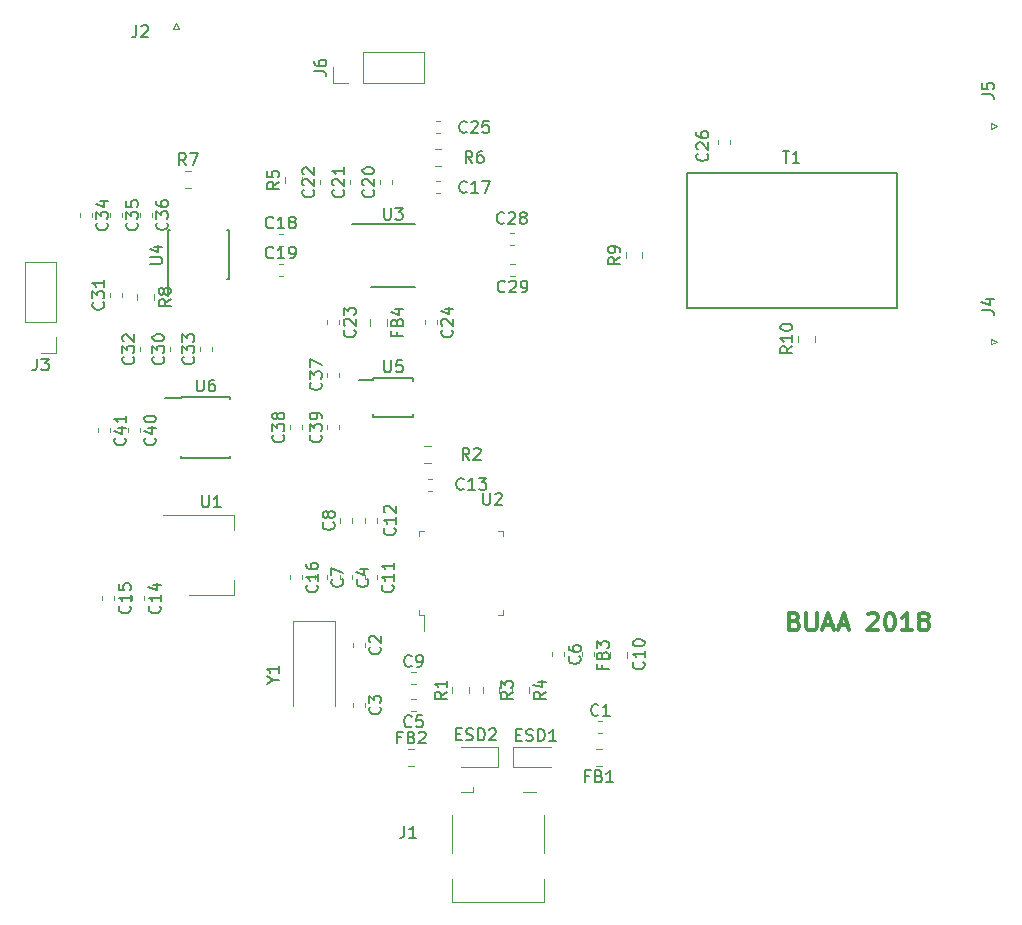
<source format=gbr>
G04 #@! TF.GenerationSoftware,KiCad,Pcbnew,(6.0.0-rc1-dev-1154-gcbd13c712)*
G04 #@! TF.CreationDate,2018-11-28T14:30:39+08:00*
G04 #@! TF.ProjectId,8330_EVA,38333330-5f45-4564-912e-6b696361645f,rev?*
G04 #@! TF.SameCoordinates,Original*
G04 #@! TF.FileFunction,Legend,Top*
G04 #@! TF.FilePolarity,Positive*
%FSLAX46Y46*%
G04 Gerber Fmt 4.6, Leading zero omitted, Abs format (unit mm)*
G04 Created by KiCad (PCBNEW (6.0.0-rc1-dev-1154-gcbd13c712)) date 2018/11/28 14:30:39*
%MOMM*%
%LPD*%
G01*
G04 APERTURE LIST*
%ADD10C,0.300000*%
%ADD11C,0.150000*%
%ADD12C,0.120000*%
G04 APERTURE END LIST*
D10*
X177487142Y-105302857D02*
X177701428Y-105374285D01*
X177772857Y-105445714D01*
X177844285Y-105588571D01*
X177844285Y-105802857D01*
X177772857Y-105945714D01*
X177701428Y-106017142D01*
X177558571Y-106088571D01*
X176987142Y-106088571D01*
X176987142Y-104588571D01*
X177487142Y-104588571D01*
X177630000Y-104660000D01*
X177701428Y-104731428D01*
X177772857Y-104874285D01*
X177772857Y-105017142D01*
X177701428Y-105160000D01*
X177630000Y-105231428D01*
X177487142Y-105302857D01*
X176987142Y-105302857D01*
X178487142Y-104588571D02*
X178487142Y-105802857D01*
X178558571Y-105945714D01*
X178630000Y-106017142D01*
X178772857Y-106088571D01*
X179058571Y-106088571D01*
X179201428Y-106017142D01*
X179272857Y-105945714D01*
X179344285Y-105802857D01*
X179344285Y-104588571D01*
X179987142Y-105660000D02*
X180701428Y-105660000D01*
X179844285Y-106088571D02*
X180344285Y-104588571D01*
X180844285Y-106088571D01*
X181272857Y-105660000D02*
X181987142Y-105660000D01*
X181130000Y-106088571D02*
X181630000Y-104588571D01*
X182130000Y-106088571D01*
X183701428Y-104731428D02*
X183772857Y-104660000D01*
X183915714Y-104588571D01*
X184272857Y-104588571D01*
X184415714Y-104660000D01*
X184487142Y-104731428D01*
X184558571Y-104874285D01*
X184558571Y-105017142D01*
X184487142Y-105231428D01*
X183630000Y-106088571D01*
X184558571Y-106088571D01*
X185487142Y-104588571D02*
X185630000Y-104588571D01*
X185772857Y-104660000D01*
X185844285Y-104731428D01*
X185915714Y-104874285D01*
X185987142Y-105160000D01*
X185987142Y-105517142D01*
X185915714Y-105802857D01*
X185844285Y-105945714D01*
X185772857Y-106017142D01*
X185630000Y-106088571D01*
X185487142Y-106088571D01*
X185344285Y-106017142D01*
X185272857Y-105945714D01*
X185201428Y-105802857D01*
X185130000Y-105517142D01*
X185130000Y-105160000D01*
X185201428Y-104874285D01*
X185272857Y-104731428D01*
X185344285Y-104660000D01*
X185487142Y-104588571D01*
X187415714Y-106088571D02*
X186558571Y-106088571D01*
X186987142Y-106088571D02*
X186987142Y-104588571D01*
X186844285Y-104802857D01*
X186701428Y-104945714D01*
X186558571Y-105017142D01*
X188272857Y-105231428D02*
X188130000Y-105160000D01*
X188058571Y-105088571D01*
X187987142Y-104945714D01*
X187987142Y-104874285D01*
X188058571Y-104731428D01*
X188130000Y-104660000D01*
X188272857Y-104588571D01*
X188558571Y-104588571D01*
X188701428Y-104660000D01*
X188772857Y-104731428D01*
X188844285Y-104874285D01*
X188844285Y-104945714D01*
X188772857Y-105088571D01*
X188701428Y-105160000D01*
X188558571Y-105231428D01*
X188272857Y-105231428D01*
X188130000Y-105302857D01*
X188058571Y-105374285D01*
X187987142Y-105517142D01*
X187987142Y-105802857D01*
X188058571Y-105945714D01*
X188130000Y-106017142D01*
X188272857Y-106088571D01*
X188558571Y-106088571D01*
X188701428Y-106017142D01*
X188772857Y-105945714D01*
X188844285Y-105802857D01*
X188844285Y-105517142D01*
X188772857Y-105374285D01*
X188701428Y-105302857D01*
X188558571Y-105231428D01*
D11*
G04 #@! TO.C,T1*
X168341040Y-67317620D02*
X169611040Y-67317620D01*
X168341040Y-78747620D02*
X168341040Y-67317620D01*
X186121040Y-78747620D02*
X168341040Y-78747620D01*
X186121040Y-67317620D02*
X186121040Y-78747620D01*
X169611040Y-67317620D02*
X186121040Y-67317620D01*
D12*
G04 #@! TO.C,R10*
X179190720Y-81651852D02*
X179190720Y-81129348D01*
X177770720Y-81651852D02*
X177770720Y-81129348D01*
G04 #@! TO.C,R9*
X164600960Y-74591812D02*
X164600960Y-74069308D01*
X163180960Y-74591812D02*
X163180960Y-74069308D01*
G04 #@! TO.C,C29*
X153775227Y-75065160D02*
X153432693Y-75065160D01*
X153775227Y-76085160D02*
X153432693Y-76085160D01*
G04 #@! TO.C,C28*
X153759987Y-72448960D02*
X153417453Y-72448960D01*
X153759987Y-73468960D02*
X153417453Y-73468960D01*
G04 #@! TO.C,C26*
X172061600Y-64929867D02*
X172061600Y-64587333D01*
X171041600Y-64929867D02*
X171041600Y-64587333D01*
G04 #@! TO.C,J1*
X148490000Y-129100000D02*
X148490000Y-127150000D01*
X148490000Y-124930000D02*
X148490000Y-121700000D01*
X149210000Y-119780000D02*
X150290000Y-119780000D01*
X154510000Y-119780000D02*
X155590000Y-119780000D01*
X156310000Y-124930000D02*
X156310000Y-121700000D01*
X156310000Y-129100000D02*
X156310000Y-127150000D01*
X150290000Y-119780000D02*
X150290000Y-119350000D01*
X156310000Y-129100000D02*
X148490000Y-129100000D01*
G04 #@! TO.C,C1*
X160878733Y-113790000D02*
X161221267Y-113790000D01*
X160878733Y-114810000D02*
X161221267Y-114810000D01*
G04 #@! TO.C,C2*
X140079000Y-107486267D02*
X140079000Y-107143733D01*
X141099000Y-107486267D02*
X141099000Y-107143733D01*
G04 #@! TO.C,C3*
X140079000Y-112223733D02*
X140079000Y-112566267D01*
X141099000Y-112223733D02*
X141099000Y-112566267D01*
G04 #@! TO.C,C4*
X139006646Y-101428733D02*
X139006646Y-101771267D01*
X140026646Y-101428733D02*
X140026646Y-101771267D01*
G04 #@! TO.C,C5*
X145396042Y-111885000D02*
X145053508Y-111885000D01*
X145396042Y-112905000D02*
X145053508Y-112905000D01*
G04 #@! TO.C,C6*
X156970000Y-107942781D02*
X156970000Y-108285315D01*
X157990000Y-107942781D02*
X157990000Y-108285315D01*
G04 #@! TO.C,C7*
X137895823Y-101428733D02*
X137895823Y-101771267D01*
X136875823Y-101428733D02*
X136875823Y-101771267D01*
G04 #@! TO.C,C8*
X139006646Y-96948810D02*
X139006646Y-96606276D01*
X140026646Y-96948810D02*
X140026646Y-96606276D01*
G04 #@! TO.C,C9*
X145396042Y-110622543D02*
X145053508Y-110622543D01*
X145396042Y-109602543D02*
X145053508Y-109602543D01*
G04 #@! TO.C,C10*
X160530000Y-107942781D02*
X160530000Y-108285315D01*
X159510000Y-107942781D02*
X159510000Y-108285315D01*
G04 #@! TO.C,C11*
X141137471Y-101428733D02*
X141137471Y-101771267D01*
X142157471Y-101428733D02*
X142157471Y-101771267D01*
G04 #@! TO.C,C12*
X142157471Y-96948810D02*
X142157471Y-96606276D01*
X141137471Y-96948810D02*
X141137471Y-96606276D01*
G04 #@! TO.C,C13*
X146772977Y-94270048D02*
X146430443Y-94270048D01*
X146772977Y-93250048D02*
X146430443Y-93250048D01*
G04 #@! TO.C,C14*
X122442698Y-103201268D02*
X122442698Y-103543802D01*
X121422698Y-103201268D02*
X121422698Y-103543802D01*
G04 #@! TO.C,C15*
X118882698Y-103201268D02*
X118882698Y-103543802D01*
X119902698Y-103201268D02*
X119902698Y-103543802D01*
G04 #@! TO.C,C16*
X134745000Y-101428733D02*
X134745000Y-101771267D01*
X135765000Y-101428733D02*
X135765000Y-101771267D01*
G04 #@! TO.C,C17*
X147435467Y-68070000D02*
X147092933Y-68070000D01*
X147435467Y-69090000D02*
X147092933Y-69090000D01*
G04 #@! TO.C,C18*
X133813733Y-73535000D02*
X134156267Y-73535000D01*
X133813733Y-72515000D02*
X134156267Y-72515000D01*
G04 #@! TO.C,C19*
X133813733Y-75055000D02*
X134156267Y-75055000D01*
X133813733Y-76075000D02*
X134156267Y-76075000D01*
G04 #@! TO.C,C20*
X143385000Y-68316267D02*
X143385000Y-67973733D01*
X142365000Y-68316267D02*
X142365000Y-67973733D01*
G04 #@! TO.C,C21*
X140845000Y-68316267D02*
X140845000Y-67973733D01*
X139825000Y-68316267D02*
X139825000Y-67973733D01*
G04 #@! TO.C,C22*
X138305000Y-68316267D02*
X138305000Y-67973733D01*
X137285000Y-68316267D02*
X137285000Y-67973733D01*
G04 #@! TO.C,C23*
X137920000Y-79838733D02*
X137920000Y-80181267D01*
X138940000Y-79838733D02*
X138940000Y-80181267D01*
G04 #@! TO.C,C24*
X147195000Y-79838733D02*
X147195000Y-80181267D01*
X146175000Y-79838733D02*
X146175000Y-80181267D01*
G04 #@! TO.C,C25*
X147435467Y-63972937D02*
X147092933Y-63972937D01*
X147435467Y-62952937D02*
X147092933Y-62952937D01*
G04 #@! TO.C,C30*
X125605000Y-82453267D02*
X125605000Y-82110733D01*
X124585000Y-82453267D02*
X124585000Y-82110733D01*
G04 #@! TO.C,C31*
X120525000Y-77831267D02*
X120525000Y-77488733D01*
X119505000Y-77831267D02*
X119505000Y-77488733D01*
G04 #@! TO.C,C32*
X123065000Y-82453267D02*
X123065000Y-82110733D01*
X122045000Y-82453267D02*
X122045000Y-82110733D01*
G04 #@! TO.C,C33*
X127125000Y-82453267D02*
X127125000Y-82110733D01*
X128145000Y-82453267D02*
X128145000Y-82110733D01*
G04 #@! TO.C,C34*
X117985000Y-70763791D02*
X117985000Y-71106325D01*
X116965000Y-70763791D02*
X116965000Y-71106325D01*
G04 #@! TO.C,C35*
X119505000Y-70763791D02*
X119505000Y-71106325D01*
X120525000Y-70763791D02*
X120525000Y-71106325D01*
G04 #@! TO.C,C36*
X123065000Y-70748323D02*
X123065000Y-71090857D01*
X122045000Y-70748323D02*
X122045000Y-71090857D01*
G04 #@! TO.C,C37*
X137920000Y-84626267D02*
X137920000Y-84283733D01*
X138940000Y-84626267D02*
X138940000Y-84283733D01*
G04 #@! TO.C,C38*
X134745000Y-89071267D02*
X134745000Y-88728733D01*
X135765000Y-89071267D02*
X135765000Y-88728733D01*
G04 #@! TO.C,C39*
X137920000Y-89071267D02*
X137920000Y-88728733D01*
X138940000Y-89071267D02*
X138940000Y-88728733D01*
G04 #@! TO.C,C40*
X122049000Y-88982733D02*
X122049000Y-89325267D01*
X121029000Y-88982733D02*
X121029000Y-89325267D01*
G04 #@! TO.C,C41*
X118489000Y-88982733D02*
X118489000Y-89325267D01*
X119509000Y-88982733D02*
X119509000Y-89325267D01*
G04 #@! TO.C,ESD1*
X153681797Y-115990000D02*
X153681797Y-117690000D01*
X153681797Y-117690000D02*
X156831797Y-117690000D01*
X153681797Y-115990000D02*
X156831797Y-115990000D01*
G04 #@! TO.C,ESD2*
X152395000Y-117690000D02*
X149245000Y-117690000D01*
X152395000Y-115990000D02*
X149245000Y-115990000D01*
X152395000Y-117690000D02*
X152395000Y-115990000D01*
G04 #@! TO.C,FB1*
X161161252Y-116130000D02*
X160638748Y-116130000D01*
X161161252Y-117550000D02*
X160638748Y-117550000D01*
G04 #@! TO.C,FB2*
X144763523Y-117550000D02*
X145286027Y-117550000D01*
X144763523Y-116130000D02*
X145286027Y-116130000D01*
G04 #@! TO.C,FB3*
X161850000Y-108420300D02*
X161850000Y-107897796D01*
X163270000Y-108420300D02*
X163270000Y-107897796D01*
G04 #@! TO.C,FB4*
X142950000Y-79748748D02*
X142950000Y-80271252D01*
X141530000Y-79748748D02*
X141530000Y-80271252D01*
G04 #@! TO.C,J2*
X125345000Y-55145000D02*
X125095000Y-54645000D01*
X124845000Y-55145000D02*
X125345000Y-55145000D01*
X125095000Y-54645000D02*
X124845000Y-55145000D01*
G04 #@! TO.C,J3*
X114995000Y-82610000D02*
X113665000Y-82610000D01*
X114995000Y-81280000D02*
X114995000Y-82610000D01*
X114995000Y-80010000D02*
X112335000Y-80010000D01*
X112335000Y-80010000D02*
X112335000Y-74870000D01*
X114995000Y-80010000D02*
X114995000Y-74870000D01*
X114995000Y-74870000D02*
X112335000Y-74870000D01*
G04 #@! TO.C,J4*
X194156000Y-81875440D02*
X194656000Y-81625440D01*
X194156000Y-81375440D02*
X194156000Y-81875440D01*
X194656000Y-81625440D02*
X194156000Y-81375440D01*
G04 #@! TO.C,J5*
X194656000Y-63373000D02*
X194156000Y-63123000D01*
X194156000Y-63123000D02*
X194156000Y-63623000D01*
X194156000Y-63623000D02*
X194656000Y-63373000D01*
G04 #@! TO.C,J6*
X146110000Y-59750000D02*
X146110000Y-57090000D01*
X140970000Y-59750000D02*
X146110000Y-59750000D01*
X140970000Y-57090000D02*
X146110000Y-57090000D01*
X140970000Y-59750000D02*
X140970000Y-57090000D01*
X139700000Y-59750000D02*
X138370000Y-59750000D01*
X138370000Y-59750000D02*
X138370000Y-58420000D01*
G04 #@! TO.C,R1*
X149935000Y-110863748D02*
X149935000Y-111386252D01*
X148515000Y-110863748D02*
X148515000Y-111386252D01*
G04 #@! TO.C,R2*
X146140458Y-91930048D02*
X146662962Y-91930048D01*
X146140458Y-90510048D02*
X146662962Y-90510048D01*
G04 #@! TO.C,R3*
X152494945Y-110863748D02*
X152494945Y-111386252D01*
X151074945Y-110863748D02*
X151074945Y-111386252D01*
G04 #@! TO.C,R4*
X155015000Y-110863748D02*
X155015000Y-111386252D01*
X153595000Y-110863748D02*
X153595000Y-111386252D01*
G04 #@! TO.C,R5*
X134325000Y-68206252D02*
X134325000Y-67683748D01*
X135745000Y-68206252D02*
X135745000Y-67683748D01*
G04 #@! TO.C,R6*
X147525452Y-65311468D02*
X147002948Y-65311468D01*
X147525452Y-66731468D02*
X147002948Y-66731468D01*
G04 #@! TO.C,R7*
X125868748Y-68600000D02*
X126391252Y-68600000D01*
X125868748Y-67180000D02*
X126391252Y-67180000D01*
G04 #@! TO.C,R8*
X123265000Y-77598748D02*
X123265000Y-78121252D01*
X121845000Y-77598748D02*
X121845000Y-78121252D01*
G04 #@! TO.C,U1*
X130012232Y-103105000D02*
X130012232Y-101845000D01*
X130012232Y-96285000D02*
X130012232Y-97545000D01*
X126252232Y-103105000D02*
X130012232Y-103105000D01*
X124002232Y-96285000D02*
X130012232Y-96285000D01*
G04 #@! TO.C,U2*
X145665000Y-97662543D02*
X146085000Y-97662543D01*
X152785000Y-97662543D02*
X152365000Y-97662543D01*
X152785000Y-104782543D02*
X152365000Y-104782543D01*
X145665000Y-104782543D02*
X145665000Y-104362543D01*
X152785000Y-97662543D02*
X152785000Y-98082543D01*
X145665000Y-97662543D02*
X145665000Y-98082543D01*
X146085000Y-104782543D02*
X146085000Y-106162543D01*
X145665000Y-104782543D02*
X146085000Y-104782543D01*
X152785000Y-104782543D02*
X152785000Y-104362543D01*
D11*
G04 #@! TO.C,U3*
X141645700Y-77035000D02*
X145354300Y-77035000D01*
X139975000Y-71635000D02*
X145358600Y-71635000D01*
G04 #@! TO.C,U4*
X124425000Y-76370000D02*
X124475000Y-76370000D01*
X124425000Y-72220000D02*
X124570000Y-72220000D01*
X129575000Y-72220000D02*
X129430000Y-72220000D01*
X129575000Y-76370000D02*
X129430000Y-76370000D01*
X124425000Y-76370000D02*
X124425000Y-72220000D01*
X129575000Y-76370000D02*
X129575000Y-72220000D01*
X124475000Y-76370000D02*
X124475000Y-77770000D01*
G04 #@! TO.C,U5*
X141835000Y-84685000D02*
X141835000Y-84910000D01*
X145185000Y-84685000D02*
X145185000Y-84985000D01*
X145185000Y-88035000D02*
X145185000Y-87735000D01*
X141835000Y-88035000D02*
X141835000Y-87735000D01*
X141835000Y-84685000D02*
X145185000Y-84685000D01*
X141835000Y-88035000D02*
X145185000Y-88035000D01*
X141835000Y-84910000D02*
X140610000Y-84910000D01*
G04 #@! TO.C,U6*
X125560000Y-86375000D02*
X124160000Y-86375000D01*
X125560000Y-91475000D02*
X129710000Y-91475000D01*
X125560000Y-86325000D02*
X129710000Y-86325000D01*
X125560000Y-91475000D02*
X125560000Y-91330000D01*
X129710000Y-91475000D02*
X129710000Y-91330000D01*
X129710000Y-86325000D02*
X129710000Y-86470000D01*
X125560000Y-86325000D02*
X125560000Y-86375000D01*
D12*
G04 #@! TO.C,Y1*
X138579000Y-112495000D02*
X138579000Y-105245000D01*
X138579000Y-105245000D02*
X134979000Y-105245000D01*
X134979000Y-105245000D02*
X134979000Y-112495000D01*
G04 #@! TO.C,T1*
D11*
X176469135Y-65500000D02*
X177040563Y-65500000D01*
X176754849Y-66500000D02*
X176754849Y-65500000D01*
X177897706Y-66500000D02*
X177326278Y-66500000D01*
X177611992Y-66500000D02*
X177611992Y-65500000D01*
X177516754Y-65642858D01*
X177421516Y-65738096D01*
X177326278Y-65785715D01*
G04 #@! TO.C,R10*
X177283100Y-82033457D02*
X176806910Y-82366790D01*
X177283100Y-82604885D02*
X176283100Y-82604885D01*
X176283100Y-82223933D01*
X176330720Y-82128695D01*
X176378339Y-82081076D01*
X176473577Y-82033457D01*
X176616434Y-82033457D01*
X176711672Y-82081076D01*
X176759291Y-82128695D01*
X176806910Y-82223933D01*
X176806910Y-82604885D01*
X177283100Y-81081076D02*
X177283100Y-81652504D01*
X177283100Y-81366790D02*
X176283100Y-81366790D01*
X176425958Y-81462028D01*
X176521196Y-81557266D01*
X176568815Y-81652504D01*
X176283100Y-80462028D02*
X176283100Y-80366790D01*
X176330720Y-80271552D01*
X176378339Y-80223933D01*
X176473577Y-80176314D01*
X176664053Y-80128695D01*
X176902148Y-80128695D01*
X177092624Y-80176314D01*
X177187862Y-80223933D01*
X177235481Y-80271552D01*
X177283100Y-80366790D01*
X177283100Y-80462028D01*
X177235481Y-80557266D01*
X177187862Y-80604885D01*
X177092624Y-80652504D01*
X176902148Y-80700123D01*
X176664053Y-80700123D01*
X176473577Y-80652504D01*
X176378339Y-80604885D01*
X176330720Y-80557266D01*
X176283100Y-80462028D01*
G04 #@! TO.C,R9*
X162693340Y-74497226D02*
X162217150Y-74830560D01*
X162693340Y-75068655D02*
X161693340Y-75068655D01*
X161693340Y-74687702D01*
X161740960Y-74592464D01*
X161788579Y-74544845D01*
X161883817Y-74497226D01*
X162026674Y-74497226D01*
X162121912Y-74544845D01*
X162169531Y-74592464D01*
X162217150Y-74687702D01*
X162217150Y-75068655D01*
X162693340Y-74021036D02*
X162693340Y-73830560D01*
X162645721Y-73735321D01*
X162598102Y-73687702D01*
X162455245Y-73592464D01*
X162264769Y-73544845D01*
X161883817Y-73544845D01*
X161788579Y-73592464D01*
X161740960Y-73640083D01*
X161693340Y-73735321D01*
X161693340Y-73925798D01*
X161740960Y-74021036D01*
X161788579Y-74068655D01*
X161883817Y-74116274D01*
X162121912Y-74116274D01*
X162217150Y-74068655D01*
X162264769Y-74021036D01*
X162312388Y-73925798D01*
X162312388Y-73735321D01*
X162264769Y-73640083D01*
X162217150Y-73592464D01*
X162121912Y-73544845D01*
G04 #@! TO.C,C29*
X152961102Y-77362302D02*
X152913483Y-77409921D01*
X152770626Y-77457540D01*
X152675388Y-77457540D01*
X152532531Y-77409921D01*
X152437293Y-77314683D01*
X152389674Y-77219445D01*
X152342055Y-77028969D01*
X152342055Y-76886112D01*
X152389674Y-76695636D01*
X152437293Y-76600398D01*
X152532531Y-76505160D01*
X152675388Y-76457540D01*
X152770626Y-76457540D01*
X152913483Y-76505160D01*
X152961102Y-76552779D01*
X153342055Y-76552779D02*
X153389674Y-76505160D01*
X153484912Y-76457540D01*
X153723007Y-76457540D01*
X153818245Y-76505160D01*
X153865864Y-76552779D01*
X153913483Y-76648017D01*
X153913483Y-76743255D01*
X153865864Y-76886112D01*
X153294436Y-77457540D01*
X153913483Y-77457540D01*
X154389674Y-77457540D02*
X154580150Y-77457540D01*
X154675388Y-77409921D01*
X154723007Y-77362302D01*
X154818245Y-77219445D01*
X154865864Y-77028969D01*
X154865864Y-76648017D01*
X154818245Y-76552779D01*
X154770626Y-76505160D01*
X154675388Y-76457540D01*
X154484912Y-76457540D01*
X154389674Y-76505160D01*
X154342055Y-76552779D01*
X154294436Y-76648017D01*
X154294436Y-76886112D01*
X154342055Y-76981350D01*
X154389674Y-77028969D01*
X154484912Y-77076588D01*
X154675388Y-77076588D01*
X154770626Y-77028969D01*
X154818245Y-76981350D01*
X154865864Y-76886112D01*
G04 #@! TO.C,C28*
X152891282Y-71578742D02*
X152843663Y-71626361D01*
X152700806Y-71673980D01*
X152605568Y-71673980D01*
X152462711Y-71626361D01*
X152367473Y-71531123D01*
X152319854Y-71435885D01*
X152272235Y-71245409D01*
X152272235Y-71102552D01*
X152319854Y-70912076D01*
X152367473Y-70816838D01*
X152462711Y-70721600D01*
X152605568Y-70673980D01*
X152700806Y-70673980D01*
X152843663Y-70721600D01*
X152891282Y-70769219D01*
X153272235Y-70769219D02*
X153319854Y-70721600D01*
X153415092Y-70673980D01*
X153653187Y-70673980D01*
X153748425Y-70721600D01*
X153796044Y-70769219D01*
X153843663Y-70864457D01*
X153843663Y-70959695D01*
X153796044Y-71102552D01*
X153224616Y-71673980D01*
X153843663Y-71673980D01*
X154415092Y-71102552D02*
X154319854Y-71054933D01*
X154272235Y-71007314D01*
X154224616Y-70912076D01*
X154224616Y-70864457D01*
X154272235Y-70769219D01*
X154319854Y-70721600D01*
X154415092Y-70673980D01*
X154605568Y-70673980D01*
X154700806Y-70721600D01*
X154748425Y-70769219D01*
X154796044Y-70864457D01*
X154796044Y-70912076D01*
X154748425Y-71007314D01*
X154700806Y-71054933D01*
X154605568Y-71102552D01*
X154415092Y-71102552D01*
X154319854Y-71150171D01*
X154272235Y-71197790D01*
X154224616Y-71293028D01*
X154224616Y-71483504D01*
X154272235Y-71578742D01*
X154319854Y-71626361D01*
X154415092Y-71673980D01*
X154605568Y-71673980D01*
X154700806Y-71626361D01*
X154748425Y-71578742D01*
X154796044Y-71483504D01*
X154796044Y-71293028D01*
X154748425Y-71197790D01*
X154700806Y-71150171D01*
X154605568Y-71102552D01*
G04 #@! TO.C,C26*
X170087361Y-65716938D02*
X170134980Y-65764557D01*
X170182599Y-65907414D01*
X170182599Y-66002652D01*
X170134980Y-66145509D01*
X170039742Y-66240747D01*
X169944504Y-66288366D01*
X169754028Y-66335985D01*
X169611171Y-66335985D01*
X169420695Y-66288366D01*
X169325457Y-66240747D01*
X169230219Y-66145509D01*
X169182599Y-66002652D01*
X169182599Y-65907414D01*
X169230219Y-65764557D01*
X169277838Y-65716938D01*
X169277838Y-65335985D02*
X169230219Y-65288366D01*
X169182599Y-65193128D01*
X169182599Y-64955033D01*
X169230219Y-64859795D01*
X169277838Y-64812176D01*
X169373076Y-64764557D01*
X169468314Y-64764557D01*
X169611171Y-64812176D01*
X170182599Y-65383604D01*
X170182599Y-64764557D01*
X169182599Y-63907414D02*
X169182599Y-64097890D01*
X169230219Y-64193128D01*
X169277838Y-64240747D01*
X169420695Y-64335985D01*
X169611171Y-64383604D01*
X169992123Y-64383604D01*
X170087361Y-64335985D01*
X170134980Y-64288366D01*
X170182599Y-64193128D01*
X170182599Y-64002652D01*
X170134980Y-63907414D01*
X170087361Y-63859795D01*
X169992123Y-63812176D01*
X169754028Y-63812176D01*
X169658790Y-63859795D01*
X169611171Y-63907414D01*
X169563552Y-64002652D01*
X169563552Y-64193128D01*
X169611171Y-64288366D01*
X169658790Y-64335985D01*
X169754028Y-64383604D01*
G04 #@! TO.C,J1*
X144446666Y-122642380D02*
X144446666Y-123356666D01*
X144399047Y-123499523D01*
X144303809Y-123594761D01*
X144160952Y-123642380D01*
X144065714Y-123642380D01*
X145446666Y-123642380D02*
X144875238Y-123642380D01*
X145160952Y-123642380D02*
X145160952Y-122642380D01*
X145065714Y-122785238D01*
X144970476Y-122880476D01*
X144875238Y-122928095D01*
G04 #@! TO.C,C1*
X160883333Y-113227142D02*
X160835714Y-113274761D01*
X160692857Y-113322380D01*
X160597619Y-113322380D01*
X160454761Y-113274761D01*
X160359523Y-113179523D01*
X160311904Y-113084285D01*
X160264285Y-112893809D01*
X160264285Y-112750952D01*
X160311904Y-112560476D01*
X160359523Y-112465238D01*
X160454761Y-112370000D01*
X160597619Y-112322380D01*
X160692857Y-112322380D01*
X160835714Y-112370000D01*
X160883333Y-112417619D01*
X161835714Y-113322380D02*
X161264285Y-113322380D01*
X161550000Y-113322380D02*
X161550000Y-112322380D01*
X161454761Y-112465238D01*
X161359523Y-112560476D01*
X161264285Y-112608095D01*
G04 #@! TO.C,C2*
X142376142Y-107481666D02*
X142423761Y-107529285D01*
X142471380Y-107672142D01*
X142471380Y-107767380D01*
X142423761Y-107910238D01*
X142328523Y-108005476D01*
X142233285Y-108053095D01*
X142042809Y-108100714D01*
X141899952Y-108100714D01*
X141709476Y-108053095D01*
X141614238Y-108005476D01*
X141519000Y-107910238D01*
X141471380Y-107767380D01*
X141471380Y-107672142D01*
X141519000Y-107529285D01*
X141566619Y-107481666D01*
X141566619Y-107100714D02*
X141519000Y-107053095D01*
X141471380Y-106957857D01*
X141471380Y-106719761D01*
X141519000Y-106624523D01*
X141566619Y-106576904D01*
X141661857Y-106529285D01*
X141757095Y-106529285D01*
X141899952Y-106576904D01*
X142471380Y-107148333D01*
X142471380Y-106529285D01*
G04 #@! TO.C,C3*
X142376142Y-112561666D02*
X142423761Y-112609285D01*
X142471380Y-112752142D01*
X142471380Y-112847380D01*
X142423761Y-112990238D01*
X142328523Y-113085476D01*
X142233285Y-113133095D01*
X142042809Y-113180714D01*
X141899952Y-113180714D01*
X141709476Y-113133095D01*
X141614238Y-113085476D01*
X141519000Y-112990238D01*
X141471380Y-112847380D01*
X141471380Y-112752142D01*
X141519000Y-112609285D01*
X141566619Y-112561666D01*
X141471380Y-112228333D02*
X141471380Y-111609285D01*
X141852333Y-111942619D01*
X141852333Y-111799761D01*
X141899952Y-111704523D01*
X141947571Y-111656904D01*
X142042809Y-111609285D01*
X142280904Y-111609285D01*
X142376142Y-111656904D01*
X142423761Y-111704523D01*
X142471380Y-111799761D01*
X142471380Y-112085476D01*
X142423761Y-112180714D01*
X142376142Y-112228333D01*
G04 #@! TO.C,C4*
X141303788Y-101766666D02*
X141351407Y-101814285D01*
X141399026Y-101957142D01*
X141399026Y-102052380D01*
X141351407Y-102195238D01*
X141256169Y-102290476D01*
X141160931Y-102338095D01*
X140970455Y-102385714D01*
X140827598Y-102385714D01*
X140637122Y-102338095D01*
X140541884Y-102290476D01*
X140446646Y-102195238D01*
X140399026Y-102052380D01*
X140399026Y-101957142D01*
X140446646Y-101814285D01*
X140494265Y-101766666D01*
X140732360Y-100909523D02*
X141399026Y-100909523D01*
X140351407Y-101147619D02*
X141065693Y-101385714D01*
X141065693Y-100766666D01*
G04 #@! TO.C,C5*
X145058108Y-114182142D02*
X145010489Y-114229761D01*
X144867632Y-114277380D01*
X144772394Y-114277380D01*
X144629536Y-114229761D01*
X144534298Y-114134523D01*
X144486679Y-114039285D01*
X144439060Y-113848809D01*
X144439060Y-113705952D01*
X144486679Y-113515476D01*
X144534298Y-113420238D01*
X144629536Y-113325000D01*
X144772394Y-113277380D01*
X144867632Y-113277380D01*
X145010489Y-113325000D01*
X145058108Y-113372619D01*
X145962870Y-113277380D02*
X145486679Y-113277380D01*
X145439060Y-113753571D01*
X145486679Y-113705952D01*
X145581917Y-113658333D01*
X145820013Y-113658333D01*
X145915251Y-113705952D01*
X145962870Y-113753571D01*
X146010489Y-113848809D01*
X146010489Y-114086904D01*
X145962870Y-114182142D01*
X145915251Y-114229761D01*
X145820013Y-114277380D01*
X145581917Y-114277380D01*
X145486679Y-114229761D01*
X145439060Y-114182142D01*
G04 #@! TO.C,C6*
X159267142Y-108280714D02*
X159314761Y-108328333D01*
X159362380Y-108471190D01*
X159362380Y-108566428D01*
X159314761Y-108709286D01*
X159219523Y-108804524D01*
X159124285Y-108852143D01*
X158933809Y-108899762D01*
X158790952Y-108899762D01*
X158600476Y-108852143D01*
X158505238Y-108804524D01*
X158410000Y-108709286D01*
X158362380Y-108566428D01*
X158362380Y-108471190D01*
X158410000Y-108328333D01*
X158457619Y-108280714D01*
X158362380Y-107423571D02*
X158362380Y-107614048D01*
X158410000Y-107709286D01*
X158457619Y-107756905D01*
X158600476Y-107852143D01*
X158790952Y-107899762D01*
X159171904Y-107899762D01*
X159267142Y-107852143D01*
X159314761Y-107804524D01*
X159362380Y-107709286D01*
X159362380Y-107518809D01*
X159314761Y-107423571D01*
X159267142Y-107375952D01*
X159171904Y-107328333D01*
X158933809Y-107328333D01*
X158838571Y-107375952D01*
X158790952Y-107423571D01*
X158743333Y-107518809D01*
X158743333Y-107709286D01*
X158790952Y-107804524D01*
X158838571Y-107852143D01*
X158933809Y-107899762D01*
G04 #@! TO.C,C7*
X139172965Y-101766666D02*
X139220584Y-101814285D01*
X139268203Y-101957142D01*
X139268203Y-102052380D01*
X139220584Y-102195238D01*
X139125346Y-102290476D01*
X139030108Y-102338095D01*
X138839632Y-102385714D01*
X138696775Y-102385714D01*
X138506299Y-102338095D01*
X138411061Y-102290476D01*
X138315823Y-102195238D01*
X138268203Y-102052380D01*
X138268203Y-101957142D01*
X138315823Y-101814285D01*
X138363442Y-101766666D01*
X138268203Y-101433333D02*
X138268203Y-100766666D01*
X139268203Y-101195238D01*
G04 #@! TO.C,C8*
X138443788Y-96944209D02*
X138491407Y-96991828D01*
X138539026Y-97134685D01*
X138539026Y-97229923D01*
X138491407Y-97372781D01*
X138396169Y-97468019D01*
X138300931Y-97515638D01*
X138110455Y-97563257D01*
X137967598Y-97563257D01*
X137777122Y-97515638D01*
X137681884Y-97468019D01*
X137586646Y-97372781D01*
X137539026Y-97229923D01*
X137539026Y-97134685D01*
X137586646Y-96991828D01*
X137634265Y-96944209D01*
X137967598Y-96372781D02*
X137919979Y-96468019D01*
X137872360Y-96515638D01*
X137777122Y-96563257D01*
X137729503Y-96563257D01*
X137634265Y-96515638D01*
X137586646Y-96468019D01*
X137539026Y-96372781D01*
X137539026Y-96182304D01*
X137586646Y-96087066D01*
X137634265Y-96039447D01*
X137729503Y-95991828D01*
X137777122Y-95991828D01*
X137872360Y-96039447D01*
X137919979Y-96087066D01*
X137967598Y-96182304D01*
X137967598Y-96372781D01*
X138015217Y-96468019D01*
X138062836Y-96515638D01*
X138158074Y-96563257D01*
X138348550Y-96563257D01*
X138443788Y-96515638D01*
X138491407Y-96468019D01*
X138539026Y-96372781D01*
X138539026Y-96182304D01*
X138491407Y-96087066D01*
X138443788Y-96039447D01*
X138348550Y-95991828D01*
X138158074Y-95991828D01*
X138062836Y-96039447D01*
X138015217Y-96087066D01*
X137967598Y-96182304D01*
G04 #@! TO.C,C9*
X145058108Y-109069142D02*
X145010489Y-109116761D01*
X144867632Y-109164380D01*
X144772394Y-109164380D01*
X144629536Y-109116761D01*
X144534298Y-109021523D01*
X144486679Y-108926285D01*
X144439060Y-108735809D01*
X144439060Y-108592952D01*
X144486679Y-108402476D01*
X144534298Y-108307238D01*
X144629536Y-108212000D01*
X144772394Y-108164380D01*
X144867632Y-108164380D01*
X145010489Y-108212000D01*
X145058108Y-108259619D01*
X145534298Y-109164380D02*
X145724775Y-109164380D01*
X145820013Y-109116761D01*
X145867632Y-109069142D01*
X145962870Y-108926285D01*
X146010489Y-108735809D01*
X146010489Y-108354857D01*
X145962870Y-108259619D01*
X145915251Y-108212000D01*
X145820013Y-108164380D01*
X145629536Y-108164380D01*
X145534298Y-108212000D01*
X145486679Y-108259619D01*
X145439060Y-108354857D01*
X145439060Y-108592952D01*
X145486679Y-108688190D01*
X145534298Y-108735809D01*
X145629536Y-108783428D01*
X145820013Y-108783428D01*
X145915251Y-108735809D01*
X145962870Y-108688190D01*
X146010489Y-108592952D01*
G04 #@! TO.C,C10*
X164695142Y-108756905D02*
X164742761Y-108804524D01*
X164790380Y-108947381D01*
X164790380Y-109042619D01*
X164742761Y-109185476D01*
X164647523Y-109280714D01*
X164552285Y-109328333D01*
X164361809Y-109375952D01*
X164218952Y-109375952D01*
X164028476Y-109328333D01*
X163933238Y-109280714D01*
X163838000Y-109185476D01*
X163790380Y-109042619D01*
X163790380Y-108947381D01*
X163838000Y-108804524D01*
X163885619Y-108756905D01*
X164790380Y-107804524D02*
X164790380Y-108375952D01*
X164790380Y-108090238D02*
X163790380Y-108090238D01*
X163933238Y-108185476D01*
X164028476Y-108280714D01*
X164076095Y-108375952D01*
X163790380Y-107185476D02*
X163790380Y-107090238D01*
X163838000Y-106995000D01*
X163885619Y-106947381D01*
X163980857Y-106899762D01*
X164171333Y-106852143D01*
X164409428Y-106852143D01*
X164599904Y-106899762D01*
X164695142Y-106947381D01*
X164742761Y-106995000D01*
X164790380Y-107090238D01*
X164790380Y-107185476D01*
X164742761Y-107280714D01*
X164695142Y-107328333D01*
X164599904Y-107375952D01*
X164409428Y-107423571D01*
X164171333Y-107423571D01*
X163980857Y-107375952D01*
X163885619Y-107328333D01*
X163838000Y-107280714D01*
X163790380Y-107185476D01*
G04 #@! TO.C,C11*
X143434613Y-102242857D02*
X143482232Y-102290476D01*
X143529851Y-102433333D01*
X143529851Y-102528571D01*
X143482232Y-102671428D01*
X143386994Y-102766666D01*
X143291756Y-102814285D01*
X143101280Y-102861904D01*
X142958423Y-102861904D01*
X142767947Y-102814285D01*
X142672709Y-102766666D01*
X142577471Y-102671428D01*
X142529851Y-102528571D01*
X142529851Y-102433333D01*
X142577471Y-102290476D01*
X142625090Y-102242857D01*
X143529851Y-101290476D02*
X143529851Y-101861904D01*
X143529851Y-101576190D02*
X142529851Y-101576190D01*
X142672709Y-101671428D01*
X142767947Y-101766666D01*
X142815566Y-101861904D01*
X143529851Y-100338095D02*
X143529851Y-100909523D01*
X143529851Y-100623809D02*
X142529851Y-100623809D01*
X142672709Y-100719047D01*
X142767947Y-100814285D01*
X142815566Y-100909523D01*
G04 #@! TO.C,C12*
X143613142Y-97416857D02*
X143660761Y-97464476D01*
X143708380Y-97607333D01*
X143708380Y-97702571D01*
X143660761Y-97845428D01*
X143565523Y-97940666D01*
X143470285Y-97988285D01*
X143279809Y-98035904D01*
X143136952Y-98035904D01*
X142946476Y-97988285D01*
X142851238Y-97940666D01*
X142756000Y-97845428D01*
X142708380Y-97702571D01*
X142708380Y-97607333D01*
X142756000Y-97464476D01*
X142803619Y-97416857D01*
X143708380Y-96464476D02*
X143708380Y-97035904D01*
X143708380Y-96750190D02*
X142708380Y-96750190D01*
X142851238Y-96845428D01*
X142946476Y-96940666D01*
X142994095Y-97035904D01*
X142803619Y-96083523D02*
X142756000Y-96035904D01*
X142708380Y-95940666D01*
X142708380Y-95702571D01*
X142756000Y-95607333D01*
X142803619Y-95559714D01*
X142898857Y-95512095D01*
X142994095Y-95512095D01*
X143136952Y-95559714D01*
X143708380Y-96131142D01*
X143708380Y-95512095D01*
G04 #@! TO.C,C13*
X149471142Y-94083142D02*
X149423523Y-94130761D01*
X149280666Y-94178380D01*
X149185428Y-94178380D01*
X149042571Y-94130761D01*
X148947333Y-94035523D01*
X148899714Y-93940285D01*
X148852095Y-93749809D01*
X148852095Y-93606952D01*
X148899714Y-93416476D01*
X148947333Y-93321238D01*
X149042571Y-93226000D01*
X149185428Y-93178380D01*
X149280666Y-93178380D01*
X149423523Y-93226000D01*
X149471142Y-93273619D01*
X150423523Y-94178380D02*
X149852095Y-94178380D01*
X150137809Y-94178380D02*
X150137809Y-93178380D01*
X150042571Y-93321238D01*
X149947333Y-93416476D01*
X149852095Y-93464095D01*
X150756857Y-93178380D02*
X151375904Y-93178380D01*
X151042571Y-93559333D01*
X151185428Y-93559333D01*
X151280666Y-93606952D01*
X151328285Y-93654571D01*
X151375904Y-93749809D01*
X151375904Y-93987904D01*
X151328285Y-94083142D01*
X151280666Y-94130761D01*
X151185428Y-94178380D01*
X150899714Y-94178380D01*
X150804476Y-94130761D01*
X150756857Y-94083142D01*
G04 #@! TO.C,C14*
X123719840Y-104015392D02*
X123767459Y-104063011D01*
X123815078Y-104205868D01*
X123815078Y-104301106D01*
X123767459Y-104443963D01*
X123672221Y-104539201D01*
X123576983Y-104586820D01*
X123386507Y-104634439D01*
X123243650Y-104634439D01*
X123053174Y-104586820D01*
X122957936Y-104539201D01*
X122862698Y-104443963D01*
X122815078Y-104301106D01*
X122815078Y-104205868D01*
X122862698Y-104063011D01*
X122910317Y-104015392D01*
X123815078Y-103063011D02*
X123815078Y-103634439D01*
X123815078Y-103348725D02*
X122815078Y-103348725D01*
X122957936Y-103443963D01*
X123053174Y-103539201D01*
X123100793Y-103634439D01*
X123148412Y-102205868D02*
X123815078Y-102205868D01*
X122767459Y-102443963D02*
X123481745Y-102682058D01*
X123481745Y-102063011D01*
G04 #@! TO.C,C15*
X121179840Y-104015392D02*
X121227459Y-104063011D01*
X121275078Y-104205868D01*
X121275078Y-104301106D01*
X121227459Y-104443963D01*
X121132221Y-104539201D01*
X121036983Y-104586820D01*
X120846507Y-104634439D01*
X120703650Y-104634439D01*
X120513174Y-104586820D01*
X120417936Y-104539201D01*
X120322698Y-104443963D01*
X120275078Y-104301106D01*
X120275078Y-104205868D01*
X120322698Y-104063011D01*
X120370317Y-104015392D01*
X121275078Y-103063011D02*
X121275078Y-103634439D01*
X121275078Y-103348725D02*
X120275078Y-103348725D01*
X120417936Y-103443963D01*
X120513174Y-103539201D01*
X120560793Y-103634439D01*
X120275078Y-102158249D02*
X120275078Y-102634439D01*
X120751269Y-102682058D01*
X120703650Y-102634439D01*
X120656031Y-102539201D01*
X120656031Y-102301106D01*
X120703650Y-102205868D01*
X120751269Y-102158249D01*
X120846507Y-102110630D01*
X121084602Y-102110630D01*
X121179840Y-102158249D01*
X121227459Y-102205868D01*
X121275078Y-102301106D01*
X121275078Y-102539201D01*
X121227459Y-102634439D01*
X121179840Y-102682058D01*
G04 #@! TO.C,C16*
X137042142Y-102242857D02*
X137089761Y-102290476D01*
X137137380Y-102433333D01*
X137137380Y-102528571D01*
X137089761Y-102671428D01*
X136994523Y-102766666D01*
X136899285Y-102814285D01*
X136708809Y-102861904D01*
X136565952Y-102861904D01*
X136375476Y-102814285D01*
X136280238Y-102766666D01*
X136185000Y-102671428D01*
X136137380Y-102528571D01*
X136137380Y-102433333D01*
X136185000Y-102290476D01*
X136232619Y-102242857D01*
X137137380Y-101290476D02*
X137137380Y-101861904D01*
X137137380Y-101576190D02*
X136137380Y-101576190D01*
X136280238Y-101671428D01*
X136375476Y-101766666D01*
X136423095Y-101861904D01*
X136137380Y-100433333D02*
X136137380Y-100623809D01*
X136185000Y-100719047D01*
X136232619Y-100766666D01*
X136375476Y-100861904D01*
X136565952Y-100909523D01*
X136946904Y-100909523D01*
X137042142Y-100861904D01*
X137089761Y-100814285D01*
X137137380Y-100719047D01*
X137137380Y-100528571D01*
X137089761Y-100433333D01*
X137042142Y-100385714D01*
X136946904Y-100338095D01*
X136708809Y-100338095D01*
X136613571Y-100385714D01*
X136565952Y-100433333D01*
X136518333Y-100528571D01*
X136518333Y-100719047D01*
X136565952Y-100814285D01*
X136613571Y-100861904D01*
X136708809Y-100909523D01*
G04 #@! TO.C,C17*
X149725142Y-68937142D02*
X149677523Y-68984761D01*
X149534666Y-69032380D01*
X149439428Y-69032380D01*
X149296571Y-68984761D01*
X149201333Y-68889523D01*
X149153714Y-68794285D01*
X149106095Y-68603809D01*
X149106095Y-68460952D01*
X149153714Y-68270476D01*
X149201333Y-68175238D01*
X149296571Y-68080000D01*
X149439428Y-68032380D01*
X149534666Y-68032380D01*
X149677523Y-68080000D01*
X149725142Y-68127619D01*
X150677523Y-69032380D02*
X150106095Y-69032380D01*
X150391809Y-69032380D02*
X150391809Y-68032380D01*
X150296571Y-68175238D01*
X150201333Y-68270476D01*
X150106095Y-68318095D01*
X151010857Y-68032380D02*
X151677523Y-68032380D01*
X151248952Y-69032380D01*
G04 #@! TO.C,C18*
X133342142Y-71952142D02*
X133294523Y-71999761D01*
X133151666Y-72047380D01*
X133056428Y-72047380D01*
X132913571Y-71999761D01*
X132818333Y-71904523D01*
X132770714Y-71809285D01*
X132723095Y-71618809D01*
X132723095Y-71475952D01*
X132770714Y-71285476D01*
X132818333Y-71190238D01*
X132913571Y-71095000D01*
X133056428Y-71047380D01*
X133151666Y-71047380D01*
X133294523Y-71095000D01*
X133342142Y-71142619D01*
X134294523Y-72047380D02*
X133723095Y-72047380D01*
X134008809Y-72047380D02*
X134008809Y-71047380D01*
X133913571Y-71190238D01*
X133818333Y-71285476D01*
X133723095Y-71333095D01*
X134865952Y-71475952D02*
X134770714Y-71428333D01*
X134723095Y-71380714D01*
X134675476Y-71285476D01*
X134675476Y-71237857D01*
X134723095Y-71142619D01*
X134770714Y-71095000D01*
X134865952Y-71047380D01*
X135056428Y-71047380D01*
X135151666Y-71095000D01*
X135199285Y-71142619D01*
X135246904Y-71237857D01*
X135246904Y-71285476D01*
X135199285Y-71380714D01*
X135151666Y-71428333D01*
X135056428Y-71475952D01*
X134865952Y-71475952D01*
X134770714Y-71523571D01*
X134723095Y-71571190D01*
X134675476Y-71666428D01*
X134675476Y-71856904D01*
X134723095Y-71952142D01*
X134770714Y-71999761D01*
X134865952Y-72047380D01*
X135056428Y-72047380D01*
X135151666Y-71999761D01*
X135199285Y-71952142D01*
X135246904Y-71856904D01*
X135246904Y-71666428D01*
X135199285Y-71571190D01*
X135151666Y-71523571D01*
X135056428Y-71475952D01*
G04 #@! TO.C,C19*
X133342142Y-74492142D02*
X133294523Y-74539761D01*
X133151666Y-74587380D01*
X133056428Y-74587380D01*
X132913571Y-74539761D01*
X132818333Y-74444523D01*
X132770714Y-74349285D01*
X132723095Y-74158809D01*
X132723095Y-74015952D01*
X132770714Y-73825476D01*
X132818333Y-73730238D01*
X132913571Y-73635000D01*
X133056428Y-73587380D01*
X133151666Y-73587380D01*
X133294523Y-73635000D01*
X133342142Y-73682619D01*
X134294523Y-74587380D02*
X133723095Y-74587380D01*
X134008809Y-74587380D02*
X134008809Y-73587380D01*
X133913571Y-73730238D01*
X133818333Y-73825476D01*
X133723095Y-73873095D01*
X134770714Y-74587380D02*
X134961190Y-74587380D01*
X135056428Y-74539761D01*
X135104047Y-74492142D01*
X135199285Y-74349285D01*
X135246904Y-74158809D01*
X135246904Y-73777857D01*
X135199285Y-73682619D01*
X135151666Y-73635000D01*
X135056428Y-73587380D01*
X134865952Y-73587380D01*
X134770714Y-73635000D01*
X134723095Y-73682619D01*
X134675476Y-73777857D01*
X134675476Y-74015952D01*
X134723095Y-74111190D01*
X134770714Y-74158809D01*
X134865952Y-74206428D01*
X135056428Y-74206428D01*
X135151666Y-74158809D01*
X135199285Y-74111190D01*
X135246904Y-74015952D01*
G04 #@! TO.C,C20*
X141802142Y-68787857D02*
X141849761Y-68835476D01*
X141897380Y-68978333D01*
X141897380Y-69073571D01*
X141849761Y-69216428D01*
X141754523Y-69311666D01*
X141659285Y-69359285D01*
X141468809Y-69406904D01*
X141325952Y-69406904D01*
X141135476Y-69359285D01*
X141040238Y-69311666D01*
X140945000Y-69216428D01*
X140897380Y-69073571D01*
X140897380Y-68978333D01*
X140945000Y-68835476D01*
X140992619Y-68787857D01*
X140992619Y-68406904D02*
X140945000Y-68359285D01*
X140897380Y-68264047D01*
X140897380Y-68025952D01*
X140945000Y-67930714D01*
X140992619Y-67883095D01*
X141087857Y-67835476D01*
X141183095Y-67835476D01*
X141325952Y-67883095D01*
X141897380Y-68454523D01*
X141897380Y-67835476D01*
X140897380Y-67216428D02*
X140897380Y-67121190D01*
X140945000Y-67025952D01*
X140992619Y-66978333D01*
X141087857Y-66930714D01*
X141278333Y-66883095D01*
X141516428Y-66883095D01*
X141706904Y-66930714D01*
X141802142Y-66978333D01*
X141849761Y-67025952D01*
X141897380Y-67121190D01*
X141897380Y-67216428D01*
X141849761Y-67311666D01*
X141802142Y-67359285D01*
X141706904Y-67406904D01*
X141516428Y-67454523D01*
X141278333Y-67454523D01*
X141087857Y-67406904D01*
X140992619Y-67359285D01*
X140945000Y-67311666D01*
X140897380Y-67216428D01*
G04 #@! TO.C,C21*
X139262142Y-68787857D02*
X139309761Y-68835476D01*
X139357380Y-68978333D01*
X139357380Y-69073571D01*
X139309761Y-69216428D01*
X139214523Y-69311666D01*
X139119285Y-69359285D01*
X138928809Y-69406904D01*
X138785952Y-69406904D01*
X138595476Y-69359285D01*
X138500238Y-69311666D01*
X138405000Y-69216428D01*
X138357380Y-69073571D01*
X138357380Y-68978333D01*
X138405000Y-68835476D01*
X138452619Y-68787857D01*
X138452619Y-68406904D02*
X138405000Y-68359285D01*
X138357380Y-68264047D01*
X138357380Y-68025952D01*
X138405000Y-67930714D01*
X138452619Y-67883095D01*
X138547857Y-67835476D01*
X138643095Y-67835476D01*
X138785952Y-67883095D01*
X139357380Y-68454523D01*
X139357380Y-67835476D01*
X139357380Y-66883095D02*
X139357380Y-67454523D01*
X139357380Y-67168809D02*
X138357380Y-67168809D01*
X138500238Y-67264047D01*
X138595476Y-67359285D01*
X138643095Y-67454523D01*
G04 #@! TO.C,C22*
X136722142Y-68787857D02*
X136769761Y-68835476D01*
X136817380Y-68978333D01*
X136817380Y-69073571D01*
X136769761Y-69216428D01*
X136674523Y-69311666D01*
X136579285Y-69359285D01*
X136388809Y-69406904D01*
X136245952Y-69406904D01*
X136055476Y-69359285D01*
X135960238Y-69311666D01*
X135865000Y-69216428D01*
X135817380Y-69073571D01*
X135817380Y-68978333D01*
X135865000Y-68835476D01*
X135912619Y-68787857D01*
X135912619Y-68406904D02*
X135865000Y-68359285D01*
X135817380Y-68264047D01*
X135817380Y-68025952D01*
X135865000Y-67930714D01*
X135912619Y-67883095D01*
X136007857Y-67835476D01*
X136103095Y-67835476D01*
X136245952Y-67883095D01*
X136817380Y-68454523D01*
X136817380Y-67835476D01*
X135912619Y-67454523D02*
X135865000Y-67406904D01*
X135817380Y-67311666D01*
X135817380Y-67073571D01*
X135865000Y-66978333D01*
X135912619Y-66930714D01*
X136007857Y-66883095D01*
X136103095Y-66883095D01*
X136245952Y-66930714D01*
X136817380Y-67502142D01*
X136817380Y-66883095D01*
G04 #@! TO.C,C23*
X140217142Y-80652857D02*
X140264761Y-80700476D01*
X140312380Y-80843333D01*
X140312380Y-80938571D01*
X140264761Y-81081428D01*
X140169523Y-81176666D01*
X140074285Y-81224285D01*
X139883809Y-81271904D01*
X139740952Y-81271904D01*
X139550476Y-81224285D01*
X139455238Y-81176666D01*
X139360000Y-81081428D01*
X139312380Y-80938571D01*
X139312380Y-80843333D01*
X139360000Y-80700476D01*
X139407619Y-80652857D01*
X139407619Y-80271904D02*
X139360000Y-80224285D01*
X139312380Y-80129047D01*
X139312380Y-79890952D01*
X139360000Y-79795714D01*
X139407619Y-79748095D01*
X139502857Y-79700476D01*
X139598095Y-79700476D01*
X139740952Y-79748095D01*
X140312380Y-80319523D01*
X140312380Y-79700476D01*
X139312380Y-79367142D02*
X139312380Y-78748095D01*
X139693333Y-79081428D01*
X139693333Y-78938571D01*
X139740952Y-78843333D01*
X139788571Y-78795714D01*
X139883809Y-78748095D01*
X140121904Y-78748095D01*
X140217142Y-78795714D01*
X140264761Y-78843333D01*
X140312380Y-78938571D01*
X140312380Y-79224285D01*
X140264761Y-79319523D01*
X140217142Y-79367142D01*
G04 #@! TO.C,C24*
X148472142Y-80652857D02*
X148519761Y-80700476D01*
X148567380Y-80843333D01*
X148567380Y-80938571D01*
X148519761Y-81081428D01*
X148424523Y-81176666D01*
X148329285Y-81224285D01*
X148138809Y-81271904D01*
X147995952Y-81271904D01*
X147805476Y-81224285D01*
X147710238Y-81176666D01*
X147615000Y-81081428D01*
X147567380Y-80938571D01*
X147567380Y-80843333D01*
X147615000Y-80700476D01*
X147662619Y-80652857D01*
X147662619Y-80271904D02*
X147615000Y-80224285D01*
X147567380Y-80129047D01*
X147567380Y-79890952D01*
X147615000Y-79795714D01*
X147662619Y-79748095D01*
X147757857Y-79700476D01*
X147853095Y-79700476D01*
X147995952Y-79748095D01*
X148567380Y-80319523D01*
X148567380Y-79700476D01*
X147900714Y-78843333D02*
X148567380Y-78843333D01*
X147519761Y-79081428D02*
X148234047Y-79319523D01*
X148234047Y-78700476D01*
G04 #@! TO.C,C25*
X149725142Y-63857142D02*
X149677523Y-63904761D01*
X149534666Y-63952380D01*
X149439428Y-63952380D01*
X149296571Y-63904761D01*
X149201333Y-63809523D01*
X149153714Y-63714285D01*
X149106095Y-63523809D01*
X149106095Y-63380952D01*
X149153714Y-63190476D01*
X149201333Y-63095238D01*
X149296571Y-63000000D01*
X149439428Y-62952380D01*
X149534666Y-62952380D01*
X149677523Y-63000000D01*
X149725142Y-63047619D01*
X150106095Y-63047619D02*
X150153714Y-63000000D01*
X150248952Y-62952380D01*
X150487047Y-62952380D01*
X150582285Y-63000000D01*
X150629904Y-63047619D01*
X150677523Y-63142857D01*
X150677523Y-63238095D01*
X150629904Y-63380952D01*
X150058476Y-63952380D01*
X150677523Y-63952380D01*
X151582285Y-62952380D02*
X151106095Y-62952380D01*
X151058476Y-63428571D01*
X151106095Y-63380952D01*
X151201333Y-63333333D01*
X151439428Y-63333333D01*
X151534666Y-63380952D01*
X151582285Y-63428571D01*
X151629904Y-63523809D01*
X151629904Y-63761904D01*
X151582285Y-63857142D01*
X151534666Y-63904761D01*
X151439428Y-63952380D01*
X151201333Y-63952380D01*
X151106095Y-63904761D01*
X151058476Y-63857142D01*
G04 #@! TO.C,C30*
X124022142Y-82924857D02*
X124069761Y-82972476D01*
X124117380Y-83115333D01*
X124117380Y-83210571D01*
X124069761Y-83353428D01*
X123974523Y-83448666D01*
X123879285Y-83496285D01*
X123688809Y-83543904D01*
X123545952Y-83543904D01*
X123355476Y-83496285D01*
X123260238Y-83448666D01*
X123165000Y-83353428D01*
X123117380Y-83210571D01*
X123117380Y-83115333D01*
X123165000Y-82972476D01*
X123212619Y-82924857D01*
X123117380Y-82591523D02*
X123117380Y-81972476D01*
X123498333Y-82305809D01*
X123498333Y-82162952D01*
X123545952Y-82067714D01*
X123593571Y-82020095D01*
X123688809Y-81972476D01*
X123926904Y-81972476D01*
X124022142Y-82020095D01*
X124069761Y-82067714D01*
X124117380Y-82162952D01*
X124117380Y-82448666D01*
X124069761Y-82543904D01*
X124022142Y-82591523D01*
X123117380Y-81353428D02*
X123117380Y-81258190D01*
X123165000Y-81162952D01*
X123212619Y-81115333D01*
X123307857Y-81067714D01*
X123498333Y-81020095D01*
X123736428Y-81020095D01*
X123926904Y-81067714D01*
X124022142Y-81115333D01*
X124069761Y-81162952D01*
X124117380Y-81258190D01*
X124117380Y-81353428D01*
X124069761Y-81448666D01*
X124022142Y-81496285D01*
X123926904Y-81543904D01*
X123736428Y-81591523D01*
X123498333Y-81591523D01*
X123307857Y-81543904D01*
X123212619Y-81496285D01*
X123165000Y-81448666D01*
X123117380Y-81353428D01*
G04 #@! TO.C,C31*
X118942142Y-78302857D02*
X118989761Y-78350476D01*
X119037380Y-78493333D01*
X119037380Y-78588571D01*
X118989761Y-78731428D01*
X118894523Y-78826666D01*
X118799285Y-78874285D01*
X118608809Y-78921904D01*
X118465952Y-78921904D01*
X118275476Y-78874285D01*
X118180238Y-78826666D01*
X118085000Y-78731428D01*
X118037380Y-78588571D01*
X118037380Y-78493333D01*
X118085000Y-78350476D01*
X118132619Y-78302857D01*
X118037380Y-77969523D02*
X118037380Y-77350476D01*
X118418333Y-77683809D01*
X118418333Y-77540952D01*
X118465952Y-77445714D01*
X118513571Y-77398095D01*
X118608809Y-77350476D01*
X118846904Y-77350476D01*
X118942142Y-77398095D01*
X118989761Y-77445714D01*
X119037380Y-77540952D01*
X119037380Y-77826666D01*
X118989761Y-77921904D01*
X118942142Y-77969523D01*
X119037380Y-76398095D02*
X119037380Y-76969523D01*
X119037380Y-76683809D02*
X118037380Y-76683809D01*
X118180238Y-76779047D01*
X118275476Y-76874285D01*
X118323095Y-76969523D01*
G04 #@! TO.C,C32*
X121482142Y-82924857D02*
X121529761Y-82972476D01*
X121577380Y-83115333D01*
X121577380Y-83210571D01*
X121529761Y-83353428D01*
X121434523Y-83448666D01*
X121339285Y-83496285D01*
X121148809Y-83543904D01*
X121005952Y-83543904D01*
X120815476Y-83496285D01*
X120720238Y-83448666D01*
X120625000Y-83353428D01*
X120577380Y-83210571D01*
X120577380Y-83115333D01*
X120625000Y-82972476D01*
X120672619Y-82924857D01*
X120577380Y-82591523D02*
X120577380Y-81972476D01*
X120958333Y-82305809D01*
X120958333Y-82162952D01*
X121005952Y-82067714D01*
X121053571Y-82020095D01*
X121148809Y-81972476D01*
X121386904Y-81972476D01*
X121482142Y-82020095D01*
X121529761Y-82067714D01*
X121577380Y-82162952D01*
X121577380Y-82448666D01*
X121529761Y-82543904D01*
X121482142Y-82591523D01*
X120672619Y-81591523D02*
X120625000Y-81543904D01*
X120577380Y-81448666D01*
X120577380Y-81210571D01*
X120625000Y-81115333D01*
X120672619Y-81067714D01*
X120767857Y-81020095D01*
X120863095Y-81020095D01*
X121005952Y-81067714D01*
X121577380Y-81639142D01*
X121577380Y-81020095D01*
G04 #@! TO.C,C33*
X126562142Y-82924857D02*
X126609761Y-82972476D01*
X126657380Y-83115333D01*
X126657380Y-83210571D01*
X126609761Y-83353428D01*
X126514523Y-83448666D01*
X126419285Y-83496285D01*
X126228809Y-83543904D01*
X126085952Y-83543904D01*
X125895476Y-83496285D01*
X125800238Y-83448666D01*
X125705000Y-83353428D01*
X125657380Y-83210571D01*
X125657380Y-83115333D01*
X125705000Y-82972476D01*
X125752619Y-82924857D01*
X125657380Y-82591523D02*
X125657380Y-81972476D01*
X126038333Y-82305809D01*
X126038333Y-82162952D01*
X126085952Y-82067714D01*
X126133571Y-82020095D01*
X126228809Y-81972476D01*
X126466904Y-81972476D01*
X126562142Y-82020095D01*
X126609761Y-82067714D01*
X126657380Y-82162952D01*
X126657380Y-82448666D01*
X126609761Y-82543904D01*
X126562142Y-82591523D01*
X125657380Y-81639142D02*
X125657380Y-81020095D01*
X126038333Y-81353428D01*
X126038333Y-81210571D01*
X126085952Y-81115333D01*
X126133571Y-81067714D01*
X126228809Y-81020095D01*
X126466904Y-81020095D01*
X126562142Y-81067714D01*
X126609761Y-81115333D01*
X126657380Y-81210571D01*
X126657380Y-81496285D01*
X126609761Y-81591523D01*
X126562142Y-81639142D01*
G04 #@! TO.C,C34*
X119262142Y-71577915D02*
X119309761Y-71625534D01*
X119357380Y-71768391D01*
X119357380Y-71863629D01*
X119309761Y-72006486D01*
X119214523Y-72101724D01*
X119119285Y-72149343D01*
X118928809Y-72196962D01*
X118785952Y-72196962D01*
X118595476Y-72149343D01*
X118500238Y-72101724D01*
X118405000Y-72006486D01*
X118357380Y-71863629D01*
X118357380Y-71768391D01*
X118405000Y-71625534D01*
X118452619Y-71577915D01*
X118357380Y-71244581D02*
X118357380Y-70625534D01*
X118738333Y-70958867D01*
X118738333Y-70816010D01*
X118785952Y-70720772D01*
X118833571Y-70673153D01*
X118928809Y-70625534D01*
X119166904Y-70625534D01*
X119262142Y-70673153D01*
X119309761Y-70720772D01*
X119357380Y-70816010D01*
X119357380Y-71101724D01*
X119309761Y-71196962D01*
X119262142Y-71244581D01*
X118690714Y-69768391D02*
X119357380Y-69768391D01*
X118309761Y-70006486D02*
X119024047Y-70244581D01*
X119024047Y-69625534D01*
G04 #@! TO.C,C35*
X121802142Y-71577915D02*
X121849761Y-71625534D01*
X121897380Y-71768391D01*
X121897380Y-71863629D01*
X121849761Y-72006486D01*
X121754523Y-72101724D01*
X121659285Y-72149343D01*
X121468809Y-72196962D01*
X121325952Y-72196962D01*
X121135476Y-72149343D01*
X121040238Y-72101724D01*
X120945000Y-72006486D01*
X120897380Y-71863629D01*
X120897380Y-71768391D01*
X120945000Y-71625534D01*
X120992619Y-71577915D01*
X120897380Y-71244581D02*
X120897380Y-70625534D01*
X121278333Y-70958867D01*
X121278333Y-70816010D01*
X121325952Y-70720772D01*
X121373571Y-70673153D01*
X121468809Y-70625534D01*
X121706904Y-70625534D01*
X121802142Y-70673153D01*
X121849761Y-70720772D01*
X121897380Y-70816010D01*
X121897380Y-71101724D01*
X121849761Y-71196962D01*
X121802142Y-71244581D01*
X120897380Y-69720772D02*
X120897380Y-70196962D01*
X121373571Y-70244581D01*
X121325952Y-70196962D01*
X121278333Y-70101724D01*
X121278333Y-69863629D01*
X121325952Y-69768391D01*
X121373571Y-69720772D01*
X121468809Y-69673153D01*
X121706904Y-69673153D01*
X121802142Y-69720772D01*
X121849761Y-69768391D01*
X121897380Y-69863629D01*
X121897380Y-70101724D01*
X121849761Y-70196962D01*
X121802142Y-70244581D01*
G04 #@! TO.C,C36*
X124342142Y-71562447D02*
X124389761Y-71610066D01*
X124437380Y-71752923D01*
X124437380Y-71848161D01*
X124389761Y-71991018D01*
X124294523Y-72086256D01*
X124199285Y-72133875D01*
X124008809Y-72181494D01*
X123865952Y-72181494D01*
X123675476Y-72133875D01*
X123580238Y-72086256D01*
X123485000Y-71991018D01*
X123437380Y-71848161D01*
X123437380Y-71752923D01*
X123485000Y-71610066D01*
X123532619Y-71562447D01*
X123437380Y-71229113D02*
X123437380Y-70610066D01*
X123818333Y-70943399D01*
X123818333Y-70800542D01*
X123865952Y-70705304D01*
X123913571Y-70657685D01*
X124008809Y-70610066D01*
X124246904Y-70610066D01*
X124342142Y-70657685D01*
X124389761Y-70705304D01*
X124437380Y-70800542D01*
X124437380Y-71086256D01*
X124389761Y-71181494D01*
X124342142Y-71229113D01*
X123437380Y-69752923D02*
X123437380Y-69943399D01*
X123485000Y-70038637D01*
X123532619Y-70086256D01*
X123675476Y-70181494D01*
X123865952Y-70229113D01*
X124246904Y-70229113D01*
X124342142Y-70181494D01*
X124389761Y-70133875D01*
X124437380Y-70038637D01*
X124437380Y-69848161D01*
X124389761Y-69752923D01*
X124342142Y-69705304D01*
X124246904Y-69657685D01*
X124008809Y-69657685D01*
X123913571Y-69705304D01*
X123865952Y-69752923D01*
X123818333Y-69848161D01*
X123818333Y-70038637D01*
X123865952Y-70133875D01*
X123913571Y-70181494D01*
X124008809Y-70229113D01*
G04 #@! TO.C,C37*
X137357142Y-85097857D02*
X137404761Y-85145476D01*
X137452380Y-85288333D01*
X137452380Y-85383571D01*
X137404761Y-85526428D01*
X137309523Y-85621666D01*
X137214285Y-85669285D01*
X137023809Y-85716904D01*
X136880952Y-85716904D01*
X136690476Y-85669285D01*
X136595238Y-85621666D01*
X136500000Y-85526428D01*
X136452380Y-85383571D01*
X136452380Y-85288333D01*
X136500000Y-85145476D01*
X136547619Y-85097857D01*
X136452380Y-84764523D02*
X136452380Y-84145476D01*
X136833333Y-84478809D01*
X136833333Y-84335952D01*
X136880952Y-84240714D01*
X136928571Y-84193095D01*
X137023809Y-84145476D01*
X137261904Y-84145476D01*
X137357142Y-84193095D01*
X137404761Y-84240714D01*
X137452380Y-84335952D01*
X137452380Y-84621666D01*
X137404761Y-84716904D01*
X137357142Y-84764523D01*
X136452380Y-83812142D02*
X136452380Y-83145476D01*
X137452380Y-83574047D01*
G04 #@! TO.C,C38*
X134182142Y-89542857D02*
X134229761Y-89590476D01*
X134277380Y-89733333D01*
X134277380Y-89828571D01*
X134229761Y-89971428D01*
X134134523Y-90066666D01*
X134039285Y-90114285D01*
X133848809Y-90161904D01*
X133705952Y-90161904D01*
X133515476Y-90114285D01*
X133420238Y-90066666D01*
X133325000Y-89971428D01*
X133277380Y-89828571D01*
X133277380Y-89733333D01*
X133325000Y-89590476D01*
X133372619Y-89542857D01*
X133277380Y-89209523D02*
X133277380Y-88590476D01*
X133658333Y-88923809D01*
X133658333Y-88780952D01*
X133705952Y-88685714D01*
X133753571Y-88638095D01*
X133848809Y-88590476D01*
X134086904Y-88590476D01*
X134182142Y-88638095D01*
X134229761Y-88685714D01*
X134277380Y-88780952D01*
X134277380Y-89066666D01*
X134229761Y-89161904D01*
X134182142Y-89209523D01*
X133705952Y-88019047D02*
X133658333Y-88114285D01*
X133610714Y-88161904D01*
X133515476Y-88209523D01*
X133467857Y-88209523D01*
X133372619Y-88161904D01*
X133325000Y-88114285D01*
X133277380Y-88019047D01*
X133277380Y-87828571D01*
X133325000Y-87733333D01*
X133372619Y-87685714D01*
X133467857Y-87638095D01*
X133515476Y-87638095D01*
X133610714Y-87685714D01*
X133658333Y-87733333D01*
X133705952Y-87828571D01*
X133705952Y-88019047D01*
X133753571Y-88114285D01*
X133801190Y-88161904D01*
X133896428Y-88209523D01*
X134086904Y-88209523D01*
X134182142Y-88161904D01*
X134229761Y-88114285D01*
X134277380Y-88019047D01*
X134277380Y-87828571D01*
X134229761Y-87733333D01*
X134182142Y-87685714D01*
X134086904Y-87638095D01*
X133896428Y-87638095D01*
X133801190Y-87685714D01*
X133753571Y-87733333D01*
X133705952Y-87828571D01*
G04 #@! TO.C,C39*
X137357142Y-89542857D02*
X137404761Y-89590476D01*
X137452380Y-89733333D01*
X137452380Y-89828571D01*
X137404761Y-89971428D01*
X137309523Y-90066666D01*
X137214285Y-90114285D01*
X137023809Y-90161904D01*
X136880952Y-90161904D01*
X136690476Y-90114285D01*
X136595238Y-90066666D01*
X136500000Y-89971428D01*
X136452380Y-89828571D01*
X136452380Y-89733333D01*
X136500000Y-89590476D01*
X136547619Y-89542857D01*
X136452380Y-89209523D02*
X136452380Y-88590476D01*
X136833333Y-88923809D01*
X136833333Y-88780952D01*
X136880952Y-88685714D01*
X136928571Y-88638095D01*
X137023809Y-88590476D01*
X137261904Y-88590476D01*
X137357142Y-88638095D01*
X137404761Y-88685714D01*
X137452380Y-88780952D01*
X137452380Y-89066666D01*
X137404761Y-89161904D01*
X137357142Y-89209523D01*
X137452380Y-88114285D02*
X137452380Y-87923809D01*
X137404761Y-87828571D01*
X137357142Y-87780952D01*
X137214285Y-87685714D01*
X137023809Y-87638095D01*
X136642857Y-87638095D01*
X136547619Y-87685714D01*
X136500000Y-87733333D01*
X136452380Y-87828571D01*
X136452380Y-88019047D01*
X136500000Y-88114285D01*
X136547619Y-88161904D01*
X136642857Y-88209523D01*
X136880952Y-88209523D01*
X136976190Y-88161904D01*
X137023809Y-88114285D01*
X137071428Y-88019047D01*
X137071428Y-87828571D01*
X137023809Y-87733333D01*
X136976190Y-87685714D01*
X136880952Y-87638095D01*
G04 #@! TO.C,C40*
X123326142Y-89796857D02*
X123373761Y-89844476D01*
X123421380Y-89987333D01*
X123421380Y-90082571D01*
X123373761Y-90225428D01*
X123278523Y-90320666D01*
X123183285Y-90368285D01*
X122992809Y-90415904D01*
X122849952Y-90415904D01*
X122659476Y-90368285D01*
X122564238Y-90320666D01*
X122469000Y-90225428D01*
X122421380Y-90082571D01*
X122421380Y-89987333D01*
X122469000Y-89844476D01*
X122516619Y-89796857D01*
X122754714Y-88939714D02*
X123421380Y-88939714D01*
X122373761Y-89177809D02*
X123088047Y-89415904D01*
X123088047Y-88796857D01*
X122421380Y-88225428D02*
X122421380Y-88130190D01*
X122469000Y-88034952D01*
X122516619Y-87987333D01*
X122611857Y-87939714D01*
X122802333Y-87892095D01*
X123040428Y-87892095D01*
X123230904Y-87939714D01*
X123326142Y-87987333D01*
X123373761Y-88034952D01*
X123421380Y-88130190D01*
X123421380Y-88225428D01*
X123373761Y-88320666D01*
X123326142Y-88368285D01*
X123230904Y-88415904D01*
X123040428Y-88463523D01*
X122802333Y-88463523D01*
X122611857Y-88415904D01*
X122516619Y-88368285D01*
X122469000Y-88320666D01*
X122421380Y-88225428D01*
G04 #@! TO.C,C41*
X120786142Y-89796857D02*
X120833761Y-89844476D01*
X120881380Y-89987333D01*
X120881380Y-90082571D01*
X120833761Y-90225428D01*
X120738523Y-90320666D01*
X120643285Y-90368285D01*
X120452809Y-90415904D01*
X120309952Y-90415904D01*
X120119476Y-90368285D01*
X120024238Y-90320666D01*
X119929000Y-90225428D01*
X119881380Y-90082571D01*
X119881380Y-89987333D01*
X119929000Y-89844476D01*
X119976619Y-89796857D01*
X120214714Y-88939714D02*
X120881380Y-88939714D01*
X119833761Y-89177809D02*
X120548047Y-89415904D01*
X120548047Y-88796857D01*
X120881380Y-87892095D02*
X120881380Y-88463523D01*
X120881380Y-88177809D02*
X119881380Y-88177809D01*
X120024238Y-88273047D01*
X120119476Y-88368285D01*
X120167095Y-88463523D01*
G04 #@! TO.C,ESD1*
X153915130Y-114918571D02*
X154248463Y-114918571D01*
X154391320Y-115442380D02*
X153915130Y-115442380D01*
X153915130Y-114442380D01*
X154391320Y-114442380D01*
X154772273Y-115394761D02*
X154915130Y-115442380D01*
X155153225Y-115442380D01*
X155248463Y-115394761D01*
X155296082Y-115347142D01*
X155343701Y-115251904D01*
X155343701Y-115156666D01*
X155296082Y-115061428D01*
X155248463Y-115013809D01*
X155153225Y-114966190D01*
X154962749Y-114918571D01*
X154867511Y-114870952D01*
X154819892Y-114823333D01*
X154772273Y-114728095D01*
X154772273Y-114632857D01*
X154819892Y-114537619D01*
X154867511Y-114490000D01*
X154962749Y-114442380D01*
X155200844Y-114442380D01*
X155343701Y-114490000D01*
X155772273Y-115442380D02*
X155772273Y-114442380D01*
X156010368Y-114442380D01*
X156153225Y-114490000D01*
X156248463Y-114585238D01*
X156296082Y-114680476D01*
X156343701Y-114870952D01*
X156343701Y-115013809D01*
X156296082Y-115204285D01*
X156248463Y-115299523D01*
X156153225Y-115394761D01*
X156010368Y-115442380D01*
X155772273Y-115442380D01*
X157296082Y-115442380D02*
X156724654Y-115442380D01*
X157010368Y-115442380D02*
X157010368Y-114442380D01*
X156915130Y-114585238D01*
X156819892Y-114680476D01*
X156724654Y-114728095D01*
G04 #@! TO.C,ESD2*
X148828333Y-114863571D02*
X149161666Y-114863571D01*
X149304523Y-115387380D02*
X148828333Y-115387380D01*
X148828333Y-114387380D01*
X149304523Y-114387380D01*
X149685476Y-115339761D02*
X149828333Y-115387380D01*
X150066428Y-115387380D01*
X150161666Y-115339761D01*
X150209285Y-115292142D01*
X150256904Y-115196904D01*
X150256904Y-115101666D01*
X150209285Y-115006428D01*
X150161666Y-114958809D01*
X150066428Y-114911190D01*
X149875952Y-114863571D01*
X149780714Y-114815952D01*
X149733095Y-114768333D01*
X149685476Y-114673095D01*
X149685476Y-114577857D01*
X149733095Y-114482619D01*
X149780714Y-114435000D01*
X149875952Y-114387380D01*
X150114047Y-114387380D01*
X150256904Y-114435000D01*
X150685476Y-115387380D02*
X150685476Y-114387380D01*
X150923571Y-114387380D01*
X151066428Y-114435000D01*
X151161666Y-114530238D01*
X151209285Y-114625476D01*
X151256904Y-114815952D01*
X151256904Y-114958809D01*
X151209285Y-115149285D01*
X151161666Y-115244523D01*
X151066428Y-115339761D01*
X150923571Y-115387380D01*
X150685476Y-115387380D01*
X151637857Y-114482619D02*
X151685476Y-114435000D01*
X151780714Y-114387380D01*
X152018809Y-114387380D01*
X152114047Y-114435000D01*
X152161666Y-114482619D01*
X152209285Y-114577857D01*
X152209285Y-114673095D01*
X152161666Y-114815952D01*
X151590238Y-115387380D01*
X152209285Y-115387380D01*
G04 #@! TO.C,FB1*
X160066666Y-118418571D02*
X159733333Y-118418571D01*
X159733333Y-118942380D02*
X159733333Y-117942380D01*
X160209523Y-117942380D01*
X160923809Y-118418571D02*
X161066666Y-118466190D01*
X161114285Y-118513809D01*
X161161904Y-118609047D01*
X161161904Y-118751904D01*
X161114285Y-118847142D01*
X161066666Y-118894761D01*
X160971428Y-118942380D01*
X160590476Y-118942380D01*
X160590476Y-117942380D01*
X160923809Y-117942380D01*
X161019047Y-117990000D01*
X161066666Y-118037619D01*
X161114285Y-118132857D01*
X161114285Y-118228095D01*
X161066666Y-118323333D01*
X161019047Y-118370952D01*
X160923809Y-118418571D01*
X160590476Y-118418571D01*
X162114285Y-118942380D02*
X161542857Y-118942380D01*
X161828571Y-118942380D02*
X161828571Y-117942380D01*
X161733333Y-118085238D01*
X161638095Y-118180476D01*
X161542857Y-118228095D01*
G04 #@! TO.C,FB2*
X144191441Y-115118571D02*
X143858108Y-115118571D01*
X143858108Y-115642380D02*
X143858108Y-114642380D01*
X144334298Y-114642380D01*
X145048584Y-115118571D02*
X145191441Y-115166190D01*
X145239060Y-115213809D01*
X145286679Y-115309047D01*
X145286679Y-115451904D01*
X145239060Y-115547142D01*
X145191441Y-115594761D01*
X145096203Y-115642380D01*
X144715251Y-115642380D01*
X144715251Y-114642380D01*
X145048584Y-114642380D01*
X145143822Y-114690000D01*
X145191441Y-114737619D01*
X145239060Y-114832857D01*
X145239060Y-114928095D01*
X145191441Y-115023333D01*
X145143822Y-115070952D01*
X145048584Y-115118571D01*
X144715251Y-115118571D01*
X145667632Y-114737619D02*
X145715251Y-114690000D01*
X145810489Y-114642380D01*
X146048584Y-114642380D01*
X146143822Y-114690000D01*
X146191441Y-114737619D01*
X146239060Y-114832857D01*
X146239060Y-114928095D01*
X146191441Y-115070952D01*
X145620013Y-115642380D01*
X146239060Y-115642380D01*
G04 #@! TO.C,FB3*
X161218571Y-109037333D02*
X161218571Y-109370666D01*
X161742380Y-109370666D02*
X160742380Y-109370666D01*
X160742380Y-108894476D01*
X161218571Y-108180190D02*
X161266190Y-108037333D01*
X161313809Y-107989714D01*
X161409047Y-107942095D01*
X161551904Y-107942095D01*
X161647142Y-107989714D01*
X161694761Y-108037333D01*
X161742380Y-108132571D01*
X161742380Y-108513523D01*
X160742380Y-108513523D01*
X160742380Y-108180190D01*
X160790000Y-108084952D01*
X160837619Y-108037333D01*
X160932857Y-107989714D01*
X161028095Y-107989714D01*
X161123333Y-108037333D01*
X161170952Y-108084952D01*
X161218571Y-108180190D01*
X161218571Y-108513523D01*
X160742380Y-107608761D02*
X160742380Y-106989714D01*
X161123333Y-107323047D01*
X161123333Y-107180190D01*
X161170952Y-107084952D01*
X161218571Y-107037333D01*
X161313809Y-106989714D01*
X161551904Y-106989714D01*
X161647142Y-107037333D01*
X161694761Y-107084952D01*
X161742380Y-107180190D01*
X161742380Y-107465904D01*
X161694761Y-107561142D01*
X161647142Y-107608761D01*
G04 #@! TO.C,FB4*
X143818571Y-80843333D02*
X143818571Y-81176666D01*
X144342380Y-81176666D02*
X143342380Y-81176666D01*
X143342380Y-80700476D01*
X143818571Y-79986190D02*
X143866190Y-79843333D01*
X143913809Y-79795714D01*
X144009047Y-79748095D01*
X144151904Y-79748095D01*
X144247142Y-79795714D01*
X144294761Y-79843333D01*
X144342380Y-79938571D01*
X144342380Y-80319523D01*
X143342380Y-80319523D01*
X143342380Y-79986190D01*
X143390000Y-79890952D01*
X143437619Y-79843333D01*
X143532857Y-79795714D01*
X143628095Y-79795714D01*
X143723333Y-79843333D01*
X143770952Y-79890952D01*
X143818571Y-79986190D01*
X143818571Y-80319523D01*
X143675714Y-78890952D02*
X144342380Y-78890952D01*
X143294761Y-79129047D02*
X144009047Y-79367142D01*
X144009047Y-78748095D01*
G04 #@! TO.C,J2*
X121761666Y-54847380D02*
X121761666Y-55561666D01*
X121714047Y-55704523D01*
X121618809Y-55799761D01*
X121475952Y-55847380D01*
X121380714Y-55847380D01*
X122190238Y-54942619D02*
X122237857Y-54895000D01*
X122333095Y-54847380D01*
X122571190Y-54847380D01*
X122666428Y-54895000D01*
X122714047Y-54942619D01*
X122761666Y-55037857D01*
X122761666Y-55133095D01*
X122714047Y-55275952D01*
X122142619Y-55847380D01*
X122761666Y-55847380D01*
G04 #@! TO.C,J3*
X113331666Y-83062380D02*
X113331666Y-83776666D01*
X113284047Y-83919523D01*
X113188809Y-84014761D01*
X113045952Y-84062380D01*
X112950714Y-84062380D01*
X113712619Y-83062380D02*
X114331666Y-83062380D01*
X113998333Y-83443333D01*
X114141190Y-83443333D01*
X114236428Y-83490952D01*
X114284047Y-83538571D01*
X114331666Y-83633809D01*
X114331666Y-83871904D01*
X114284047Y-83967142D01*
X114236428Y-84014761D01*
X114141190Y-84062380D01*
X113855476Y-84062380D01*
X113760238Y-84014761D01*
X113712619Y-83967142D01*
G04 #@! TO.C,J4*
X193358380Y-78958773D02*
X194072666Y-78958773D01*
X194215523Y-79006392D01*
X194310761Y-79101630D01*
X194358380Y-79244487D01*
X194358380Y-79339725D01*
X193691714Y-78054011D02*
X194358380Y-78054011D01*
X193310761Y-78292106D02*
X194025047Y-78530201D01*
X194025047Y-77911154D01*
G04 #@! TO.C,J5*
X193358380Y-60706333D02*
X194072666Y-60706333D01*
X194215523Y-60753952D01*
X194310761Y-60849190D01*
X194358380Y-60992047D01*
X194358380Y-61087285D01*
X193358380Y-59753952D02*
X193358380Y-60230142D01*
X193834571Y-60277761D01*
X193786952Y-60230142D01*
X193739333Y-60134904D01*
X193739333Y-59896809D01*
X193786952Y-59801571D01*
X193834571Y-59753952D01*
X193929809Y-59706333D01*
X194167904Y-59706333D01*
X194263142Y-59753952D01*
X194310761Y-59801571D01*
X194358380Y-59896809D01*
X194358380Y-60134904D01*
X194310761Y-60230142D01*
X194263142Y-60277761D01*
G04 #@! TO.C,J6*
X136822380Y-58753333D02*
X137536666Y-58753333D01*
X137679523Y-58800952D01*
X137774761Y-58896190D01*
X137822380Y-59039047D01*
X137822380Y-59134285D01*
X136822380Y-57848571D02*
X136822380Y-58039047D01*
X136870000Y-58134285D01*
X136917619Y-58181904D01*
X137060476Y-58277142D01*
X137250952Y-58324761D01*
X137631904Y-58324761D01*
X137727142Y-58277142D01*
X137774761Y-58229523D01*
X137822380Y-58134285D01*
X137822380Y-57943809D01*
X137774761Y-57848571D01*
X137727142Y-57800952D01*
X137631904Y-57753333D01*
X137393809Y-57753333D01*
X137298571Y-57800952D01*
X137250952Y-57848571D01*
X137203333Y-57943809D01*
X137203333Y-58134285D01*
X137250952Y-58229523D01*
X137298571Y-58277142D01*
X137393809Y-58324761D01*
G04 #@! TO.C,R1*
X148026380Y-111291666D02*
X147550190Y-111625000D01*
X148026380Y-111863095D02*
X147026380Y-111863095D01*
X147026380Y-111482142D01*
X147074000Y-111386904D01*
X147121619Y-111339285D01*
X147216857Y-111291666D01*
X147359714Y-111291666D01*
X147454952Y-111339285D01*
X147502571Y-111386904D01*
X147550190Y-111482142D01*
X147550190Y-111863095D01*
X148026380Y-110339285D02*
X148026380Y-110910714D01*
X148026380Y-110625000D02*
X147026380Y-110625000D01*
X147169238Y-110720238D01*
X147264476Y-110815476D01*
X147312095Y-110910714D01*
G04 #@! TO.C,R2*
X149947333Y-91638380D02*
X149614000Y-91162190D01*
X149375904Y-91638380D02*
X149375904Y-90638380D01*
X149756857Y-90638380D01*
X149852095Y-90686000D01*
X149899714Y-90733619D01*
X149947333Y-90828857D01*
X149947333Y-90971714D01*
X149899714Y-91066952D01*
X149852095Y-91114571D01*
X149756857Y-91162190D01*
X149375904Y-91162190D01*
X150328285Y-90733619D02*
X150375904Y-90686000D01*
X150471142Y-90638380D01*
X150709238Y-90638380D01*
X150804476Y-90686000D01*
X150852095Y-90733619D01*
X150899714Y-90828857D01*
X150899714Y-90924095D01*
X150852095Y-91066952D01*
X150280666Y-91638380D01*
X150899714Y-91638380D01*
G04 #@! TO.C,R3*
X153614380Y-111291666D02*
X153138190Y-111625000D01*
X153614380Y-111863095D02*
X152614380Y-111863095D01*
X152614380Y-111482142D01*
X152662000Y-111386904D01*
X152709619Y-111339285D01*
X152804857Y-111291666D01*
X152947714Y-111291666D01*
X153042952Y-111339285D01*
X153090571Y-111386904D01*
X153138190Y-111482142D01*
X153138190Y-111863095D01*
X152614380Y-110958333D02*
X152614380Y-110339285D01*
X152995333Y-110672619D01*
X152995333Y-110529761D01*
X153042952Y-110434523D01*
X153090571Y-110386904D01*
X153185809Y-110339285D01*
X153423904Y-110339285D01*
X153519142Y-110386904D01*
X153566761Y-110434523D01*
X153614380Y-110529761D01*
X153614380Y-110815476D01*
X153566761Y-110910714D01*
X153519142Y-110958333D01*
G04 #@! TO.C,R4*
X156407380Y-111291666D02*
X155931190Y-111625000D01*
X156407380Y-111863095D02*
X155407380Y-111863095D01*
X155407380Y-111482142D01*
X155455000Y-111386904D01*
X155502619Y-111339285D01*
X155597857Y-111291666D01*
X155740714Y-111291666D01*
X155835952Y-111339285D01*
X155883571Y-111386904D01*
X155931190Y-111482142D01*
X155931190Y-111863095D01*
X155740714Y-110434523D02*
X156407380Y-110434523D01*
X155359761Y-110672619D02*
X156074047Y-110910714D01*
X156074047Y-110291666D01*
G04 #@! TO.C,R5*
X133837380Y-68111666D02*
X133361190Y-68445000D01*
X133837380Y-68683095D02*
X132837380Y-68683095D01*
X132837380Y-68302142D01*
X132885000Y-68206904D01*
X132932619Y-68159285D01*
X133027857Y-68111666D01*
X133170714Y-68111666D01*
X133265952Y-68159285D01*
X133313571Y-68206904D01*
X133361190Y-68302142D01*
X133361190Y-68683095D01*
X132837380Y-67206904D02*
X132837380Y-67683095D01*
X133313571Y-67730714D01*
X133265952Y-67683095D01*
X133218333Y-67587857D01*
X133218333Y-67349761D01*
X133265952Y-67254523D01*
X133313571Y-67206904D01*
X133408809Y-67159285D01*
X133646904Y-67159285D01*
X133742142Y-67206904D01*
X133789761Y-67254523D01*
X133837380Y-67349761D01*
X133837380Y-67587857D01*
X133789761Y-67683095D01*
X133742142Y-67730714D01*
G04 #@! TO.C,R6*
X150201333Y-66492380D02*
X149868000Y-66016190D01*
X149629904Y-66492380D02*
X149629904Y-65492380D01*
X150010857Y-65492380D01*
X150106095Y-65540000D01*
X150153714Y-65587619D01*
X150201333Y-65682857D01*
X150201333Y-65825714D01*
X150153714Y-65920952D01*
X150106095Y-65968571D01*
X150010857Y-66016190D01*
X149629904Y-66016190D01*
X151058476Y-65492380D02*
X150868000Y-65492380D01*
X150772761Y-65540000D01*
X150725142Y-65587619D01*
X150629904Y-65730476D01*
X150582285Y-65920952D01*
X150582285Y-66301904D01*
X150629904Y-66397142D01*
X150677523Y-66444761D01*
X150772761Y-66492380D01*
X150963238Y-66492380D01*
X151058476Y-66444761D01*
X151106095Y-66397142D01*
X151153714Y-66301904D01*
X151153714Y-66063809D01*
X151106095Y-65968571D01*
X151058476Y-65920952D01*
X150963238Y-65873333D01*
X150772761Y-65873333D01*
X150677523Y-65920952D01*
X150629904Y-65968571D01*
X150582285Y-66063809D01*
G04 #@! TO.C,R7*
X125963333Y-66692380D02*
X125630000Y-66216190D01*
X125391904Y-66692380D02*
X125391904Y-65692380D01*
X125772857Y-65692380D01*
X125868095Y-65740000D01*
X125915714Y-65787619D01*
X125963333Y-65882857D01*
X125963333Y-66025714D01*
X125915714Y-66120952D01*
X125868095Y-66168571D01*
X125772857Y-66216190D01*
X125391904Y-66216190D01*
X126296666Y-65692380D02*
X126963333Y-65692380D01*
X126534761Y-66692380D01*
G04 #@! TO.C,R8*
X124657380Y-78026666D02*
X124181190Y-78360000D01*
X124657380Y-78598095D02*
X123657380Y-78598095D01*
X123657380Y-78217142D01*
X123705000Y-78121904D01*
X123752619Y-78074285D01*
X123847857Y-78026666D01*
X123990714Y-78026666D01*
X124085952Y-78074285D01*
X124133571Y-78121904D01*
X124181190Y-78217142D01*
X124181190Y-78598095D01*
X124085952Y-77455238D02*
X124038333Y-77550476D01*
X123990714Y-77598095D01*
X123895476Y-77645714D01*
X123847857Y-77645714D01*
X123752619Y-77598095D01*
X123705000Y-77550476D01*
X123657380Y-77455238D01*
X123657380Y-77264761D01*
X123705000Y-77169523D01*
X123752619Y-77121904D01*
X123847857Y-77074285D01*
X123895476Y-77074285D01*
X123990714Y-77121904D01*
X124038333Y-77169523D01*
X124085952Y-77264761D01*
X124085952Y-77455238D01*
X124133571Y-77550476D01*
X124181190Y-77598095D01*
X124276428Y-77645714D01*
X124466904Y-77645714D01*
X124562142Y-77598095D01*
X124609761Y-77550476D01*
X124657380Y-77455238D01*
X124657380Y-77264761D01*
X124609761Y-77169523D01*
X124562142Y-77121904D01*
X124466904Y-77074285D01*
X124276428Y-77074285D01*
X124181190Y-77121904D01*
X124133571Y-77169523D01*
X124085952Y-77264761D01*
G04 #@! TO.C,U1*
X127340327Y-94647380D02*
X127340327Y-95456904D01*
X127387946Y-95552142D01*
X127435565Y-95599761D01*
X127530803Y-95647380D01*
X127721279Y-95647380D01*
X127816517Y-95599761D01*
X127864136Y-95552142D01*
X127911755Y-95456904D01*
X127911755Y-94647380D01*
X128911755Y-95647380D02*
X128340327Y-95647380D01*
X128626041Y-95647380D02*
X128626041Y-94647380D01*
X128530803Y-94790238D01*
X128435565Y-94885476D01*
X128340327Y-94933095D01*
G04 #@! TO.C,U2*
X151130095Y-94448380D02*
X151130095Y-95257904D01*
X151177714Y-95353142D01*
X151225333Y-95400761D01*
X151320571Y-95448380D01*
X151511047Y-95448380D01*
X151606285Y-95400761D01*
X151653904Y-95353142D01*
X151701523Y-95257904D01*
X151701523Y-94448380D01*
X152130095Y-94543619D02*
X152177714Y-94496000D01*
X152272952Y-94448380D01*
X152511047Y-94448380D01*
X152606285Y-94496000D01*
X152653904Y-94543619D01*
X152701523Y-94638857D01*
X152701523Y-94734095D01*
X152653904Y-94876952D01*
X152082476Y-95448380D01*
X152701523Y-95448380D01*
G04 #@! TO.C,U3*
X142738095Y-70312380D02*
X142738095Y-71121904D01*
X142785714Y-71217142D01*
X142833333Y-71264761D01*
X142928571Y-71312380D01*
X143119047Y-71312380D01*
X143214285Y-71264761D01*
X143261904Y-71217142D01*
X143309523Y-71121904D01*
X143309523Y-70312380D01*
X143690476Y-70312380D02*
X144309523Y-70312380D01*
X143976190Y-70693333D01*
X144119047Y-70693333D01*
X144214285Y-70740952D01*
X144261904Y-70788571D01*
X144309523Y-70883809D01*
X144309523Y-71121904D01*
X144261904Y-71217142D01*
X144214285Y-71264761D01*
X144119047Y-71312380D01*
X143833333Y-71312380D01*
X143738095Y-71264761D01*
X143690476Y-71217142D01*
G04 #@! TO.C,U4*
X122952380Y-75056904D02*
X123761904Y-75056904D01*
X123857142Y-75009285D01*
X123904761Y-74961666D01*
X123952380Y-74866428D01*
X123952380Y-74675952D01*
X123904761Y-74580714D01*
X123857142Y-74533095D01*
X123761904Y-74485476D01*
X122952380Y-74485476D01*
X123285714Y-73580714D02*
X123952380Y-73580714D01*
X122904761Y-73818809D02*
X123619047Y-74056904D01*
X123619047Y-73437857D01*
G04 #@! TO.C,U5*
X142748095Y-83212380D02*
X142748095Y-84021904D01*
X142795714Y-84117142D01*
X142843333Y-84164761D01*
X142938571Y-84212380D01*
X143129047Y-84212380D01*
X143224285Y-84164761D01*
X143271904Y-84117142D01*
X143319523Y-84021904D01*
X143319523Y-83212380D01*
X144271904Y-83212380D02*
X143795714Y-83212380D01*
X143748095Y-83688571D01*
X143795714Y-83640952D01*
X143890952Y-83593333D01*
X144129047Y-83593333D01*
X144224285Y-83640952D01*
X144271904Y-83688571D01*
X144319523Y-83783809D01*
X144319523Y-84021904D01*
X144271904Y-84117142D01*
X144224285Y-84164761D01*
X144129047Y-84212380D01*
X143890952Y-84212380D01*
X143795714Y-84164761D01*
X143748095Y-84117142D01*
G04 #@! TO.C,U6*
X126873095Y-84852380D02*
X126873095Y-85661904D01*
X126920714Y-85757142D01*
X126968333Y-85804761D01*
X127063571Y-85852380D01*
X127254047Y-85852380D01*
X127349285Y-85804761D01*
X127396904Y-85757142D01*
X127444523Y-85661904D01*
X127444523Y-84852380D01*
X128349285Y-84852380D02*
X128158809Y-84852380D01*
X128063571Y-84900000D01*
X128015952Y-84947619D01*
X127920714Y-85090476D01*
X127873095Y-85280952D01*
X127873095Y-85661904D01*
X127920714Y-85757142D01*
X127968333Y-85804761D01*
X128063571Y-85852380D01*
X128254047Y-85852380D01*
X128349285Y-85804761D01*
X128396904Y-85757142D01*
X128444523Y-85661904D01*
X128444523Y-85423809D01*
X128396904Y-85328571D01*
X128349285Y-85280952D01*
X128254047Y-85233333D01*
X128063571Y-85233333D01*
X127968333Y-85280952D01*
X127920714Y-85328571D01*
X127873095Y-85423809D01*
G04 #@! TO.C,Y1*
X133326190Y-110271190D02*
X133802380Y-110271190D01*
X132802380Y-110604523D02*
X133326190Y-110271190D01*
X132802380Y-109937857D01*
X133802380Y-109080714D02*
X133802380Y-109652142D01*
X133802380Y-109366428D02*
X132802380Y-109366428D01*
X132945238Y-109461666D01*
X133040476Y-109556904D01*
X133088095Y-109652142D01*
G04 #@! TD*
M02*

</source>
